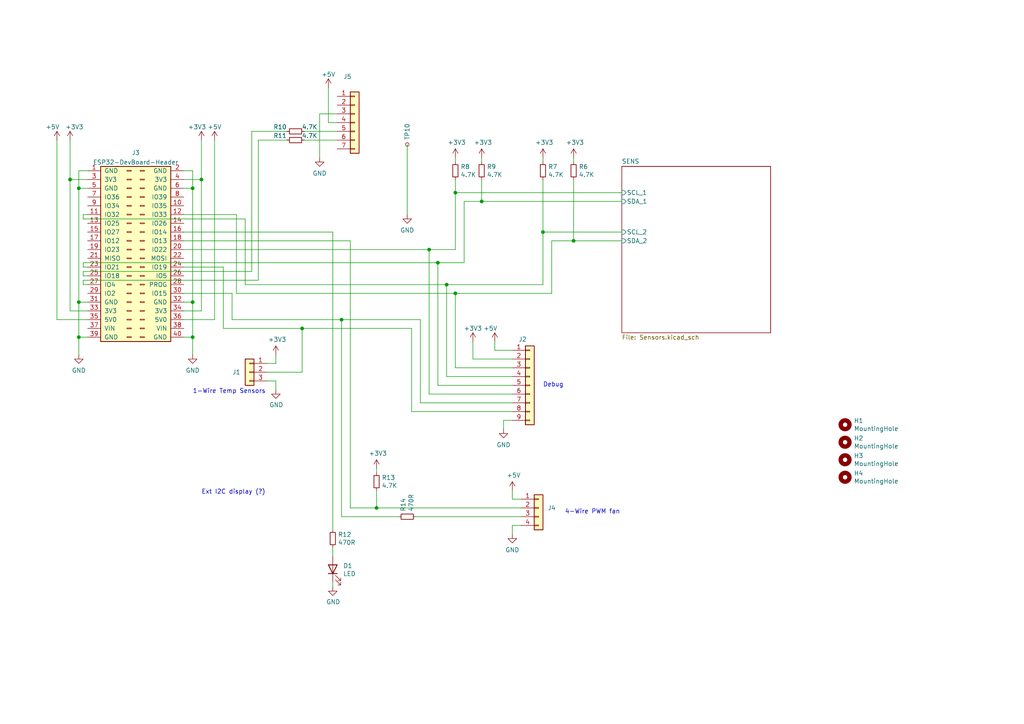
<source format=kicad_sch>
(kicad_sch (version 20211123) (generator eeschema)

  (uuid e63e39d7-6ac0-4ffd-8aa3-1841a4541b55)

  (paper "A4")

  (lib_symbols
    (symbol "Connector:TestPoint_Small" (pin_numbers hide) (pin_names (offset 0.762) hide) (in_bom yes) (on_board yes)
      (property "Reference" "TP" (id 0) (at 0 3.81 0)
        (effects (font (size 1.27 1.27)))
      )
      (property "Value" "TestPoint_Small" (id 1) (at 0 2.032 0)
        (effects (font (size 1.27 1.27)))
      )
      (property "Footprint" "" (id 2) (at 5.08 0 0)
        (effects (font (size 1.27 1.27)) hide)
      )
      (property "Datasheet" "~" (id 3) (at 5.08 0 0)
        (effects (font (size 1.27 1.27)) hide)
      )
      (property "ki_keywords" "test point tp" (id 4) (at 0 0 0)
        (effects (font (size 1.27 1.27)) hide)
      )
      (property "ki_description" "test point" (id 5) (at 0 0 0)
        (effects (font (size 1.27 1.27)) hide)
      )
      (property "ki_fp_filters" "Pin* Test*" (id 6) (at 0 0 0)
        (effects (font (size 1.27 1.27)) hide)
      )
      (symbol "TestPoint_Small_0_1"
        (circle (center 0 0) (radius 0.508)
          (stroke (width 0) (type default) (color 0 0 0 0))
          (fill (type none))
        )
      )
      (symbol "TestPoint_Small_1_1"
        (pin passive line (at 0 0 90) (length 0)
          (name "1" (effects (font (size 1.27 1.27))))
          (number "1" (effects (font (size 1.27 1.27))))
        )
      )
    )
    (symbol "Connector_Generic:Conn_01x03" (pin_names (offset 1.016) hide) (in_bom yes) (on_board yes)
      (property "Reference" "J" (id 0) (at 0 5.08 0)
        (effects (font (size 1.27 1.27)))
      )
      (property "Value" "Conn_01x03" (id 1) (at 0 -5.08 0)
        (effects (font (size 1.27 1.27)))
      )
      (property "Footprint" "" (id 2) (at 0 0 0)
        (effects (font (size 1.27 1.27)) hide)
      )
      (property "Datasheet" "~" (id 3) (at 0 0 0)
        (effects (font (size 1.27 1.27)) hide)
      )
      (property "ki_keywords" "connector" (id 4) (at 0 0 0)
        (effects (font (size 1.27 1.27)) hide)
      )
      (property "ki_description" "Generic connector, single row, 01x03, script generated (kicad-library-utils/schlib/autogen/connector/)" (id 5) (at 0 0 0)
        (effects (font (size 1.27 1.27)) hide)
      )
      (property "ki_fp_filters" "Connector*:*_1x??_*" (id 6) (at 0 0 0)
        (effects (font (size 1.27 1.27)) hide)
      )
      (symbol "Conn_01x03_1_1"
        (rectangle (start -1.27 -2.413) (end 0 -2.667)
          (stroke (width 0.1524) (type default) (color 0 0 0 0))
          (fill (type none))
        )
        (rectangle (start -1.27 0.127) (end 0 -0.127)
          (stroke (width 0.1524) (type default) (color 0 0 0 0))
          (fill (type none))
        )
        (rectangle (start -1.27 2.667) (end 0 2.413)
          (stroke (width 0.1524) (type default) (color 0 0 0 0))
          (fill (type none))
        )
        (rectangle (start -1.27 3.81) (end 1.27 -3.81)
          (stroke (width 0.254) (type default) (color 0 0 0 0))
          (fill (type background))
        )
        (pin passive line (at -5.08 2.54 0) (length 3.81)
          (name "Pin_1" (effects (font (size 1.27 1.27))))
          (number "1" (effects (font (size 1.27 1.27))))
        )
        (pin passive line (at -5.08 0 0) (length 3.81)
          (name "Pin_2" (effects (font (size 1.27 1.27))))
          (number "2" (effects (font (size 1.27 1.27))))
        )
        (pin passive line (at -5.08 -2.54 0) (length 3.81)
          (name "Pin_3" (effects (font (size 1.27 1.27))))
          (number "3" (effects (font (size 1.27 1.27))))
        )
      )
    )
    (symbol "Connector_Generic:Conn_01x04" (pin_names (offset 1.016) hide) (in_bom yes) (on_board yes)
      (property "Reference" "J" (id 0) (at 0 5.08 0)
        (effects (font (size 1.27 1.27)))
      )
      (property "Value" "Conn_01x04" (id 1) (at 0 -7.62 0)
        (effects (font (size 1.27 1.27)))
      )
      (property "Footprint" "" (id 2) (at 0 0 0)
        (effects (font (size 1.27 1.27)) hide)
      )
      (property "Datasheet" "~" (id 3) (at 0 0 0)
        (effects (font (size 1.27 1.27)) hide)
      )
      (property "ki_keywords" "connector" (id 4) (at 0 0 0)
        (effects (font (size 1.27 1.27)) hide)
      )
      (property "ki_description" "Generic connector, single row, 01x04, script generated (kicad-library-utils/schlib/autogen/connector/)" (id 5) (at 0 0 0)
        (effects (font (size 1.27 1.27)) hide)
      )
      (property "ki_fp_filters" "Connector*:*_1x??_*" (id 6) (at 0 0 0)
        (effects (font (size 1.27 1.27)) hide)
      )
      (symbol "Conn_01x04_1_1"
        (rectangle (start -1.27 -4.953) (end 0 -5.207)
          (stroke (width 0.1524) (type default) (color 0 0 0 0))
          (fill (type none))
        )
        (rectangle (start -1.27 -2.413) (end 0 -2.667)
          (stroke (width 0.1524) (type default) (color 0 0 0 0))
          (fill (type none))
        )
        (rectangle (start -1.27 0.127) (end 0 -0.127)
          (stroke (width 0.1524) (type default) (color 0 0 0 0))
          (fill (type none))
        )
        (rectangle (start -1.27 2.667) (end 0 2.413)
          (stroke (width 0.1524) (type default) (color 0 0 0 0))
          (fill (type none))
        )
        (rectangle (start -1.27 3.81) (end 1.27 -6.35)
          (stroke (width 0.254) (type default) (color 0 0 0 0))
          (fill (type background))
        )
        (pin passive line (at -5.08 2.54 0) (length 3.81)
          (name "Pin_1" (effects (font (size 1.27 1.27))))
          (number "1" (effects (font (size 1.27 1.27))))
        )
        (pin passive line (at -5.08 0 0) (length 3.81)
          (name "Pin_2" (effects (font (size 1.27 1.27))))
          (number "2" (effects (font (size 1.27 1.27))))
        )
        (pin passive line (at -5.08 -2.54 0) (length 3.81)
          (name "Pin_3" (effects (font (size 1.27 1.27))))
          (number "3" (effects (font (size 1.27 1.27))))
        )
        (pin passive line (at -5.08 -5.08 0) (length 3.81)
          (name "Pin_4" (effects (font (size 1.27 1.27))))
          (number "4" (effects (font (size 1.27 1.27))))
        )
      )
    )
    (symbol "Connector_Generic:Conn_01x07" (pin_names (offset 1.016) hide) (in_bom yes) (on_board yes)
      (property "Reference" "J" (id 0) (at 0 10.16 0)
        (effects (font (size 1.27 1.27)))
      )
      (property "Value" "Conn_01x07" (id 1) (at 0 -10.16 0)
        (effects (font (size 1.27 1.27)))
      )
      (property "Footprint" "" (id 2) (at 0 0 0)
        (effects (font (size 1.27 1.27)) hide)
      )
      (property "Datasheet" "~" (id 3) (at 0 0 0)
        (effects (font (size 1.27 1.27)) hide)
      )
      (property "ki_keywords" "connector" (id 4) (at 0 0 0)
        (effects (font (size 1.27 1.27)) hide)
      )
      (property "ki_description" "Generic connector, single row, 01x07, script generated (kicad-library-utils/schlib/autogen/connector/)" (id 5) (at 0 0 0)
        (effects (font (size 1.27 1.27)) hide)
      )
      (property "ki_fp_filters" "Connector*:*_1x??_*" (id 6) (at 0 0 0)
        (effects (font (size 1.27 1.27)) hide)
      )
      (symbol "Conn_01x07_1_1"
        (rectangle (start -1.27 -7.493) (end 0 -7.747)
          (stroke (width 0.1524) (type default) (color 0 0 0 0))
          (fill (type none))
        )
        (rectangle (start -1.27 -4.953) (end 0 -5.207)
          (stroke (width 0.1524) (type default) (color 0 0 0 0))
          (fill (type none))
        )
        (rectangle (start -1.27 -2.413) (end 0 -2.667)
          (stroke (width 0.1524) (type default) (color 0 0 0 0))
          (fill (type none))
        )
        (rectangle (start -1.27 0.127) (end 0 -0.127)
          (stroke (width 0.1524) (type default) (color 0 0 0 0))
          (fill (type none))
        )
        (rectangle (start -1.27 2.667) (end 0 2.413)
          (stroke (width 0.1524) (type default) (color 0 0 0 0))
          (fill (type none))
        )
        (rectangle (start -1.27 5.207) (end 0 4.953)
          (stroke (width 0.1524) (type default) (color 0 0 0 0))
          (fill (type none))
        )
        (rectangle (start -1.27 7.747) (end 0 7.493)
          (stroke (width 0.1524) (type default) (color 0 0 0 0))
          (fill (type none))
        )
        (rectangle (start -1.27 8.89) (end 1.27 -8.89)
          (stroke (width 0.254) (type default) (color 0 0 0 0))
          (fill (type background))
        )
        (pin passive line (at -5.08 7.62 0) (length 3.81)
          (name "Pin_1" (effects (font (size 1.27 1.27))))
          (number "1" (effects (font (size 1.27 1.27))))
        )
        (pin passive line (at -5.08 5.08 0) (length 3.81)
          (name "Pin_2" (effects (font (size 1.27 1.27))))
          (number "2" (effects (font (size 1.27 1.27))))
        )
        (pin passive line (at -5.08 2.54 0) (length 3.81)
          (name "Pin_3" (effects (font (size 1.27 1.27))))
          (number "3" (effects (font (size 1.27 1.27))))
        )
        (pin passive line (at -5.08 0 0) (length 3.81)
          (name "Pin_4" (effects (font (size 1.27 1.27))))
          (number "4" (effects (font (size 1.27 1.27))))
        )
        (pin passive line (at -5.08 -2.54 0) (length 3.81)
          (name "Pin_5" (effects (font (size 1.27 1.27))))
          (number "5" (effects (font (size 1.27 1.27))))
        )
        (pin passive line (at -5.08 -5.08 0) (length 3.81)
          (name "Pin_6" (effects (font (size 1.27 1.27))))
          (number "6" (effects (font (size 1.27 1.27))))
        )
        (pin passive line (at -5.08 -7.62 0) (length 3.81)
          (name "Pin_7" (effects (font (size 1.27 1.27))))
          (number "7" (effects (font (size 1.27 1.27))))
        )
      )
    )
    (symbol "Connector_Generic:Conn_01x09" (pin_names (offset 1.016) hide) (in_bom yes) (on_board yes)
      (property "Reference" "J" (id 0) (at 0 12.7 0)
        (effects (font (size 1.27 1.27)))
      )
      (property "Value" "Conn_01x09" (id 1) (at 0 -12.7 0)
        (effects (font (size 1.27 1.27)))
      )
      (property "Footprint" "" (id 2) (at 0 0 0)
        (effects (font (size 1.27 1.27)) hide)
      )
      (property "Datasheet" "~" (id 3) (at 0 0 0)
        (effects (font (size 1.27 1.27)) hide)
      )
      (property "ki_keywords" "connector" (id 4) (at 0 0 0)
        (effects (font (size 1.27 1.27)) hide)
      )
      (property "ki_description" "Generic connector, single row, 01x09, script generated (kicad-library-utils/schlib/autogen/connector/)" (id 5) (at 0 0 0)
        (effects (font (size 1.27 1.27)) hide)
      )
      (property "ki_fp_filters" "Connector*:*_1x??_*" (id 6) (at 0 0 0)
        (effects (font (size 1.27 1.27)) hide)
      )
      (symbol "Conn_01x09_1_1"
        (rectangle (start -1.27 -10.033) (end 0 -10.287)
          (stroke (width 0.1524) (type default) (color 0 0 0 0))
          (fill (type none))
        )
        (rectangle (start -1.27 -7.493) (end 0 -7.747)
          (stroke (width 0.1524) (type default) (color 0 0 0 0))
          (fill (type none))
        )
        (rectangle (start -1.27 -4.953) (end 0 -5.207)
          (stroke (width 0.1524) (type default) (color 0 0 0 0))
          (fill (type none))
        )
        (rectangle (start -1.27 -2.413) (end 0 -2.667)
          (stroke (width 0.1524) (type default) (color 0 0 0 0))
          (fill (type none))
        )
        (rectangle (start -1.27 0.127) (end 0 -0.127)
          (stroke (width 0.1524) (type default) (color 0 0 0 0))
          (fill (type none))
        )
        (rectangle (start -1.27 2.667) (end 0 2.413)
          (stroke (width 0.1524) (type default) (color 0 0 0 0))
          (fill (type none))
        )
        (rectangle (start -1.27 5.207) (end 0 4.953)
          (stroke (width 0.1524) (type default) (color 0 0 0 0))
          (fill (type none))
        )
        (rectangle (start -1.27 7.747) (end 0 7.493)
          (stroke (width 0.1524) (type default) (color 0 0 0 0))
          (fill (type none))
        )
        (rectangle (start -1.27 10.287) (end 0 10.033)
          (stroke (width 0.1524) (type default) (color 0 0 0 0))
          (fill (type none))
        )
        (rectangle (start -1.27 11.43) (end 1.27 -11.43)
          (stroke (width 0.254) (type default) (color 0 0 0 0))
          (fill (type background))
        )
        (pin passive line (at -5.08 10.16 0) (length 3.81)
          (name "Pin_1" (effects (font (size 1.27 1.27))))
          (number "1" (effects (font (size 1.27 1.27))))
        )
        (pin passive line (at -5.08 7.62 0) (length 3.81)
          (name "Pin_2" (effects (font (size 1.27 1.27))))
          (number "2" (effects (font (size 1.27 1.27))))
        )
        (pin passive line (at -5.08 5.08 0) (length 3.81)
          (name "Pin_3" (effects (font (size 1.27 1.27))))
          (number "3" (effects (font (size 1.27 1.27))))
        )
        (pin passive line (at -5.08 2.54 0) (length 3.81)
          (name "Pin_4" (effects (font (size 1.27 1.27))))
          (number "4" (effects (font (size 1.27 1.27))))
        )
        (pin passive line (at -5.08 0 0) (length 3.81)
          (name "Pin_5" (effects (font (size 1.27 1.27))))
          (number "5" (effects (font (size 1.27 1.27))))
        )
        (pin passive line (at -5.08 -2.54 0) (length 3.81)
          (name "Pin_6" (effects (font (size 1.27 1.27))))
          (number "6" (effects (font (size 1.27 1.27))))
        )
        (pin passive line (at -5.08 -5.08 0) (length 3.81)
          (name "Pin_7" (effects (font (size 1.27 1.27))))
          (number "7" (effects (font (size 1.27 1.27))))
        )
        (pin passive line (at -5.08 -7.62 0) (length 3.81)
          (name "Pin_8" (effects (font (size 1.27 1.27))))
          (number "8" (effects (font (size 1.27 1.27))))
        )
        (pin passive line (at -5.08 -10.16 0) (length 3.81)
          (name "Pin_9" (effects (font (size 1.27 1.27))))
          (number "9" (effects (font (size 1.27 1.27))))
        )
      )
    )
    (symbol "Device:LED" (pin_numbers hide) (pin_names (offset 1.016) hide) (in_bom yes) (on_board yes)
      (property "Reference" "D" (id 0) (at 0 2.54 0)
        (effects (font (size 1.27 1.27)))
      )
      (property "Value" "LED" (id 1) (at 0 -2.54 0)
        (effects (font (size 1.27 1.27)))
      )
      (property "Footprint" "" (id 2) (at 0 0 0)
        (effects (font (size 1.27 1.27)) hide)
      )
      (property "Datasheet" "~" (id 3) (at 0 0 0)
        (effects (font (size 1.27 1.27)) hide)
      )
      (property "ki_keywords" "LED diode" (id 4) (at 0 0 0)
        (effects (font (size 1.27 1.27)) hide)
      )
      (property "ki_description" "Light emitting diode" (id 5) (at 0 0 0)
        (effects (font (size 1.27 1.27)) hide)
      )
      (property "ki_fp_filters" "LED* LED_SMD:* LED_THT:*" (id 6) (at 0 0 0)
        (effects (font (size 1.27 1.27)) hide)
      )
      (symbol "LED_0_1"
        (polyline
          (pts
            (xy -1.27 -1.27)
            (xy -1.27 1.27)
          )
          (stroke (width 0.254) (type default) (color 0 0 0 0))
          (fill (type none))
        )
        (polyline
          (pts
            (xy -1.27 0)
            (xy 1.27 0)
          )
          (stroke (width 0) (type default) (color 0 0 0 0))
          (fill (type none))
        )
        (polyline
          (pts
            (xy 1.27 -1.27)
            (xy 1.27 1.27)
            (xy -1.27 0)
            (xy 1.27 -1.27)
          )
          (stroke (width 0.254) (type default) (color 0 0 0 0))
          (fill (type none))
        )
        (polyline
          (pts
            (xy -3.048 -0.762)
            (xy -4.572 -2.286)
            (xy -3.81 -2.286)
            (xy -4.572 -2.286)
            (xy -4.572 -1.524)
          )
          (stroke (width 0) (type default) (color 0 0 0 0))
          (fill (type none))
        )
        (polyline
          (pts
            (xy -1.778 -0.762)
            (xy -3.302 -2.286)
            (xy -2.54 -2.286)
            (xy -3.302 -2.286)
            (xy -3.302 -1.524)
          )
          (stroke (width 0) (type default) (color 0 0 0 0))
          (fill (type none))
        )
      )
      (symbol "LED_1_1"
        (pin passive line (at -3.81 0 0) (length 2.54)
          (name "K" (effects (font (size 1.27 1.27))))
          (number "1" (effects (font (size 1.27 1.27))))
        )
        (pin passive line (at 3.81 0 180) (length 2.54)
          (name "A" (effects (font (size 1.27 1.27))))
          (number "2" (effects (font (size 1.27 1.27))))
        )
      )
    )
    (symbol "Device:R_Small" (pin_numbers hide) (pin_names (offset 0.254) hide) (in_bom yes) (on_board yes)
      (property "Reference" "R" (id 0) (at 0.762 0.508 0)
        (effects (font (size 1.27 1.27)) (justify left))
      )
      (property "Value" "R_Small" (id 1) (at 0.762 -1.016 0)
        (effects (font (size 1.27 1.27)) (justify left))
      )
      (property "Footprint" "" (id 2) (at 0 0 0)
        (effects (font (size 1.27 1.27)) hide)
      )
      (property "Datasheet" "~" (id 3) (at 0 0 0)
        (effects (font (size 1.27 1.27)) hide)
      )
      (property "ki_keywords" "R resistor" (id 4) (at 0 0 0)
        (effects (font (size 1.27 1.27)) hide)
      )
      (property "ki_description" "Resistor, small symbol" (id 5) (at 0 0 0)
        (effects (font (size 1.27 1.27)) hide)
      )
      (property "ki_fp_filters" "R_*" (id 6) (at 0 0 0)
        (effects (font (size 1.27 1.27)) hide)
      )
      (symbol "R_Small_0_1"
        (rectangle (start -0.762 1.778) (end 0.762 -1.778)
          (stroke (width 0.2032) (type default) (color 0 0 0 0))
          (fill (type none))
        )
      )
      (symbol "R_Small_1_1"
        (pin passive line (at 0 2.54 270) (length 0.762)
          (name "~" (effects (font (size 1.27 1.27))))
          (number "1" (effects (font (size 1.27 1.27))))
        )
        (pin passive line (at 0 -2.54 90) (length 0.762)
          (name "~" (effects (font (size 1.27 1.27))))
          (number "2" (effects (font (size 1.27 1.27))))
        )
      )
    )
    (symbol "Mechanical:MountingHole" (pin_names (offset 1.016)) (in_bom yes) (on_board yes)
      (property "Reference" "H" (id 0) (at 0 5.08 0)
        (effects (font (size 1.27 1.27)))
      )
      (property "Value" "MountingHole" (id 1) (at 0 3.175 0)
        (effects (font (size 1.27 1.27)))
      )
      (property "Footprint" "" (id 2) (at 0 0 0)
        (effects (font (size 1.27 1.27)) hide)
      )
      (property "Datasheet" "~" (id 3) (at 0 0 0)
        (effects (font (size 1.27 1.27)) hide)
      )
      (property "ki_keywords" "mounting hole" (id 4) (at 0 0 0)
        (effects (font (size 1.27 1.27)) hide)
      )
      (property "ki_description" "Mounting Hole without connection" (id 5) (at 0 0 0)
        (effects (font (size 1.27 1.27)) hide)
      )
      (property "ki_fp_filters" "MountingHole*" (id 6) (at 0 0 0)
        (effects (font (size 1.27 1.27)) hide)
      )
      (symbol "MountingHole_0_1"
        (circle (center 0 0) (radius 1.27)
          (stroke (width 1.27) (type default) (color 0 0 0 0))
          (fill (type none))
        )
      )
    )
    (symbol "connectors:ESP32-DevBoard-Header" (pin_names (offset 1.016)) (in_bom yes) (on_board yes)
      (property "Reference" "J" (id 0) (at 1.27 25.4 0)
        (effects (font (size 1.27 1.27)))
      )
      (property "Value" "ESP32-DevBoard-Header" (id 1) (at 1.27 -27.94 0)
        (effects (font (size 1.27 1.27)))
      )
      (property "Footprint" "" (id 2) (at 0 0 0)
        (effects (font (size 1.27 1.27)) hide)
      )
      (property "Datasheet" "~" (id 3) (at 0 0 0)
        (effects (font (size 1.27 1.27)) hide)
      )
      (property "ki_keywords" "connector" (id 4) (at 0 0 0)
        (effects (font (size 1.27 1.27)) hide)
      )
      (property "ki_description" "2 x 20 header for ESP32 DevBoard" (id 5) (at 0 0 0)
        (effects (font (size 1.27 1.27)) hide)
      )
      (property "ki_fp_filters" "Connector*:*_2x??_*" (id 6) (at 0 0 0)
        (effects (font (size 1.27 1.27)) hide)
      )
      (symbol "ESP32-DevBoard-Header_1_1"
        (rectangle (start -8.89 24.13) (end 11.43 -26.67)
          (stroke (width 0.254) (type default) (color 0 0 0 0))
          (fill (type background))
        )
        (rectangle (start -1.27 -25.273) (end 0 -25.527)
          (stroke (width 0.1524) (type default) (color 0 0 0 0))
          (fill (type none))
        )
        (rectangle (start -1.27 -22.733) (end 0 -22.987)
          (stroke (width 0.1524) (type default) (color 0 0 0 0))
          (fill (type none))
        )
        (rectangle (start -1.27 -20.193) (end 0 -20.447)
          (stroke (width 0.1524) (type default) (color 0 0 0 0))
          (fill (type none))
        )
        (rectangle (start -1.27 -17.653) (end 0 -17.907)
          (stroke (width 0.1524) (type default) (color 0 0 0 0))
          (fill (type none))
        )
        (rectangle (start -1.27 -15.113) (end 0 -15.367)
          (stroke (width 0.1524) (type default) (color 0 0 0 0))
          (fill (type none))
        )
        (rectangle (start -1.27 -12.573) (end 0 -12.827)
          (stroke (width 0.1524) (type default) (color 0 0 0 0))
          (fill (type none))
        )
        (rectangle (start -1.27 -10.033) (end 0 -10.287)
          (stroke (width 0.1524) (type default) (color 0 0 0 0))
          (fill (type none))
        )
        (rectangle (start -1.27 -7.493) (end 0 -7.747)
          (stroke (width 0.1524) (type default) (color 0 0 0 0))
          (fill (type none))
        )
        (rectangle (start -1.27 -4.953) (end 0 -5.207)
          (stroke (width 0.1524) (type default) (color 0 0 0 0))
          (fill (type none))
        )
        (rectangle (start -1.27 -2.413) (end 0 -2.667)
          (stroke (width 0.1524) (type default) (color 0 0 0 0))
          (fill (type none))
        )
        (rectangle (start -1.27 0.127) (end 0 -0.127)
          (stroke (width 0.1524) (type default) (color 0 0 0 0))
          (fill (type none))
        )
        (rectangle (start -1.27 2.667) (end 0 2.413)
          (stroke (width 0.1524) (type default) (color 0 0 0 0))
          (fill (type none))
        )
        (rectangle (start -1.27 5.207) (end 0 4.953)
          (stroke (width 0.1524) (type default) (color 0 0 0 0))
          (fill (type none))
        )
        (rectangle (start -1.27 7.747) (end 0 7.493)
          (stroke (width 0.1524) (type default) (color 0 0 0 0))
          (fill (type none))
        )
        (rectangle (start -1.27 10.287) (end 0 10.033)
          (stroke (width 0.1524) (type default) (color 0 0 0 0))
          (fill (type none))
        )
        (rectangle (start -1.27 12.827) (end 0 12.573)
          (stroke (width 0.1524) (type default) (color 0 0 0 0))
          (fill (type none))
        )
        (rectangle (start -1.27 15.367) (end 0 15.113)
          (stroke (width 0.1524) (type default) (color 0 0 0 0))
          (fill (type none))
        )
        (rectangle (start -1.27 17.907) (end 0 17.653)
          (stroke (width 0.1524) (type default) (color 0 0 0 0))
          (fill (type none))
        )
        (rectangle (start -1.27 20.447) (end 0 20.193)
          (stroke (width 0.1524) (type default) (color 0 0 0 0))
          (fill (type none))
        )
        (rectangle (start -1.27 22.987) (end 0 22.733)
          (stroke (width 0.1524) (type default) (color 0 0 0 0))
          (fill (type none))
        )
        (rectangle (start 3.81 -25.273) (end 2.54 -25.527)
          (stroke (width 0.1524) (type default) (color 0 0 0 0))
          (fill (type none))
        )
        (rectangle (start 3.81 -22.733) (end 2.54 -22.987)
          (stroke (width 0.1524) (type default) (color 0 0 0 0))
          (fill (type none))
        )
        (rectangle (start 3.81 -20.193) (end 2.54 -20.447)
          (stroke (width 0.1524) (type default) (color 0 0 0 0))
          (fill (type none))
        )
        (rectangle (start 3.81 -17.653) (end 2.54 -17.907)
          (stroke (width 0.1524) (type default) (color 0 0 0 0))
          (fill (type none))
        )
        (rectangle (start 3.81 -15.113) (end 2.54 -15.367)
          (stroke (width 0.1524) (type default) (color 0 0 0 0))
          (fill (type none))
        )
        (rectangle (start 3.81 -12.573) (end 2.54 -12.827)
          (stroke (width 0.1524) (type default) (color 0 0 0 0))
          (fill (type none))
        )
        (rectangle (start 3.81 -10.033) (end 2.54 -10.287)
          (stroke (width 0.1524) (type default) (color 0 0 0 0))
          (fill (type none))
        )
        (rectangle (start 3.81 -7.493) (end 2.54 -7.747)
          (stroke (width 0.1524) (type default) (color 0 0 0 0))
          (fill (type none))
        )
        (rectangle (start 3.81 -4.953) (end 2.54 -5.207)
          (stroke (width 0.1524) (type default) (color 0 0 0 0))
          (fill (type none))
        )
        (rectangle (start 3.81 -2.413) (end 2.54 -2.667)
          (stroke (width 0.1524) (type default) (color 0 0 0 0))
          (fill (type none))
        )
        (rectangle (start 3.81 0.127) (end 2.54 -0.127)
          (stroke (width 0.1524) (type default) (color 0 0 0 0))
          (fill (type none))
        )
        (rectangle (start 3.81 2.667) (end 2.54 2.413)
          (stroke (width 0.1524) (type default) (color 0 0 0 0))
          (fill (type none))
        )
        (rectangle (start 3.81 5.207) (end 2.54 4.953)
          (stroke (width 0.1524) (type default) (color 0 0 0 0))
          (fill (type none))
        )
        (rectangle (start 3.81 7.747) (end 2.54 7.493)
          (stroke (width 0.1524) (type default) (color 0 0 0 0))
          (fill (type none))
        )
        (rectangle (start 3.81 10.287) (end 2.54 10.033)
          (stroke (width 0.1524) (type default) (color 0 0 0 0))
          (fill (type none))
        )
        (rectangle (start 3.81 12.827) (end 2.54 12.573)
          (stroke (width 0.1524) (type default) (color 0 0 0 0))
          (fill (type none))
        )
        (rectangle (start 3.81 15.367) (end 2.54 15.113)
          (stroke (width 0.1524) (type default) (color 0 0 0 0))
          (fill (type none))
        )
        (rectangle (start 3.81 17.907) (end 2.54 17.653)
          (stroke (width 0.1524) (type default) (color 0 0 0 0))
          (fill (type none))
        )
        (rectangle (start 3.81 20.447) (end 2.54 20.193)
          (stroke (width 0.1524) (type default) (color 0 0 0 0))
          (fill (type none))
        )
        (rectangle (start 3.81 22.987) (end 2.54 22.733)
          (stroke (width 0.1524) (type default) (color 0 0 0 0))
          (fill (type none))
        )
        (pin passive line (at -12.7 22.86 0) (length 3.81)
          (name "GND" (effects (font (size 1.27 1.27))))
          (number "1" (effects (font (size 1.27 1.27))))
        )
        (pin passive line (at 15.24 12.7 180) (length 3.81)
          (name "IO35" (effects (font (size 1.27 1.27))))
          (number "10" (effects (font (size 1.27 1.27))))
        )
        (pin passive line (at -12.7 10.16 0) (length 3.81)
          (name "IO32" (effects (font (size 1.27 1.27))))
          (number "11" (effects (font (size 1.27 1.27))))
        )
        (pin passive line (at 15.24 10.16 180) (length 3.81)
          (name "IO33" (effects (font (size 1.27 1.27))))
          (number "12" (effects (font (size 1.27 1.27))))
        )
        (pin passive line (at -12.7 7.62 0) (length 3.81)
          (name "IO25" (effects (font (size 1.27 1.27))))
          (number "13" (effects (font (size 1.27 1.27))))
        )
        (pin passive line (at 15.24 7.62 180) (length 3.81)
          (name "IO26" (effects (font (size 1.27 1.27))))
          (number "14" (effects (font (size 1.27 1.27))))
        )
        (pin passive line (at -12.7 5.08 0) (length 3.81)
          (name "IO27" (effects (font (size 1.27 1.27))))
          (number "15" (effects (font (size 1.27 1.27))))
        )
        (pin passive line (at 15.24 5.08 180) (length 3.81)
          (name "IO14" (effects (font (size 1.27 1.27))))
          (number "16" (effects (font (size 1.27 1.27))))
        )
        (pin passive line (at -12.7 2.54 0) (length 3.81)
          (name "IO12" (effects (font (size 1.27 1.27))))
          (number "17" (effects (font (size 1.27 1.27))))
        )
        (pin passive line (at 15.24 2.54 180) (length 3.81)
          (name "IO13" (effects (font (size 1.27 1.27))))
          (number "18" (effects (font (size 1.27 1.27))))
        )
        (pin passive line (at -12.7 0 0) (length 3.81)
          (name "IO23" (effects (font (size 1.27 1.27))))
          (number "19" (effects (font (size 1.27 1.27))))
        )
        (pin passive line (at 15.24 22.86 180) (length 3.81)
          (name "GND" (effects (font (size 1.27 1.27))))
          (number "2" (effects (font (size 1.27 1.27))))
        )
        (pin passive line (at 15.24 0 180) (length 3.81)
          (name "IO22" (effects (font (size 1.27 1.27))))
          (number "20" (effects (font (size 1.27 1.27))))
        )
        (pin passive line (at -12.7 -2.54 0) (length 3.81)
          (name "MISO" (effects (font (size 1.27 1.27))))
          (number "21" (effects (font (size 1.27 1.27))))
        )
        (pin passive line (at 15.24 -2.54 180) (length 3.81)
          (name "MOSI" (effects (font (size 1.27 1.27))))
          (number "22" (effects (font (size 1.27 1.27))))
        )
        (pin passive line (at -12.7 -5.08 0) (length 3.81)
          (name "IO21" (effects (font (size 1.27 1.27))))
          (number "23" (effects (font (size 1.27 1.27))))
        )
        (pin passive line (at 15.24 -5.08 180) (length 3.81)
          (name "IO19" (effects (font (size 1.27 1.27))))
          (number "24" (effects (font (size 1.27 1.27))))
        )
        (pin passive line (at -12.7 -7.62 0) (length 3.81)
          (name "IO18" (effects (font (size 1.27 1.27))))
          (number "25" (effects (font (size 1.27 1.27))))
        )
        (pin passive line (at 15.24 -7.62 180) (length 3.81)
          (name "IO5" (effects (font (size 1.27 1.27))))
          (number "26" (effects (font (size 1.27 1.27))))
        )
        (pin passive line (at -12.7 -10.16 0) (length 3.81)
          (name "IO4" (effects (font (size 1.27 1.27))))
          (number "27" (effects (font (size 1.27 1.27))))
        )
        (pin passive line (at 15.24 -10.16 180) (length 3.81)
          (name "PROG" (effects (font (size 1.27 1.27))))
          (number "28" (effects (font (size 1.27 1.27))))
        )
        (pin passive line (at -12.7 -12.7 0) (length 3.81)
          (name "IO2" (effects (font (size 1.27 1.27))))
          (number "29" (effects (font (size 1.27 1.27))))
        )
        (pin passive line (at -12.7 20.32 0) (length 3.81)
          (name "3V3" (effects (font (size 1.27 1.27))))
          (number "3" (effects (font (size 1.27 1.27))))
        )
        (pin passive line (at 15.24 -12.7 180) (length 3.81)
          (name "IO15" (effects (font (size 1.27 1.27))))
          (number "30" (effects (font (size 1.27 1.27))))
        )
        (pin passive line (at -12.7 -15.24 0) (length 3.81)
          (name "GND" (effects (font (size 1.27 1.27))))
          (number "31" (effects (font (size 1.27 1.27))))
        )
        (pin passive line (at 15.24 -15.24 180) (length 3.81)
          (name "GND" (effects (font (size 1.27 1.27))))
          (number "32" (effects (font (size 1.27 1.27))))
        )
        (pin passive line (at -12.7 -17.78 0) (length 3.81)
          (name "3V3" (effects (font (size 1.27 1.27))))
          (number "33" (effects (font (size 1.27 1.27))))
        )
        (pin passive line (at 15.24 -17.78 180) (length 3.81)
          (name "3V3" (effects (font (size 1.27 1.27))))
          (number "34" (effects (font (size 1.27 1.27))))
        )
        (pin passive line (at -12.7 -20.32 0) (length 3.81)
          (name "5V0" (effects (font (size 1.27 1.27))))
          (number "35" (effects (font (size 1.27 1.27))))
        )
        (pin passive line (at 15.24 -20.32 180) (length 3.81)
          (name "5V0" (effects (font (size 1.27 1.27))))
          (number "36" (effects (font (size 1.27 1.27))))
        )
        (pin passive line (at -12.7 -22.86 0) (length 3.81)
          (name "VIN" (effects (font (size 1.27 1.27))))
          (number "37" (effects (font (size 1.27 1.27))))
        )
        (pin passive line (at 15.24 -22.86 180) (length 3.81)
          (name "VIN" (effects (font (size 1.27 1.27))))
          (number "38" (effects (font (size 1.27 1.27))))
        )
        (pin passive line (at -12.7 -25.4 0) (length 3.81)
          (name "GND" (effects (font (size 1.27 1.27))))
          (number "39" (effects (font (size 1.27 1.27))))
        )
        (pin passive line (at 15.24 20.32 180) (length 3.81)
          (name "3V3" (effects (font (size 1.27 1.27))))
          (number "4" (effects (font (size 1.27 1.27))))
        )
        (pin passive line (at 15.24 -25.4 180) (length 3.81)
          (name "GND" (effects (font (size 1.27 1.27))))
          (number "40" (effects (font (size 1.27 1.27))))
        )
        (pin passive line (at -12.7 17.78 0) (length 3.81)
          (name "GND" (effects (font (size 1.27 1.27))))
          (number "5" (effects (font (size 1.27 1.27))))
        )
        (pin passive line (at 15.24 17.78 180) (length 3.81)
          (name "GND" (effects (font (size 1.27 1.27))))
          (number "6" (effects (font (size 1.27 1.27))))
        )
        (pin passive line (at -12.7 15.24 0) (length 3.81)
          (name "IO36" (effects (font (size 1.27 1.27))))
          (number "7" (effects (font (size 1.27 1.27))))
        )
        (pin passive line (at 15.24 15.24 180) (length 3.81)
          (name "IO39" (effects (font (size 1.27 1.27))))
          (number "8" (effects (font (size 1.27 1.27))))
        )
        (pin passive line (at -12.7 12.7 0) (length 3.81)
          (name "IO34" (effects (font (size 1.27 1.27))))
          (number "9" (effects (font (size 1.27 1.27))))
        )
      )
    )
    (symbol "power:+3V3" (power) (pin_names (offset 0)) (in_bom yes) (on_board yes)
      (property "Reference" "#PWR" (id 0) (at 0 -3.81 0)
        (effects (font (size 1.27 1.27)) hide)
      )
      (property "Value" "+3V3" (id 1) (at 0 3.556 0)
        (effects (font (size 1.27 1.27)))
      )
      (property "Footprint" "" (id 2) (at 0 0 0)
        (effects (font (size 1.27 1.27)) hide)
      )
      (property "Datasheet" "" (id 3) (at 0 0 0)
        (effects (font (size 1.27 1.27)) hide)
      )
      (property "ki_keywords" "power-flag" (id 4) (at 0 0 0)
        (effects (font (size 1.27 1.27)) hide)
      )
      (property "ki_description" "Power symbol creates a global label with name \"+3V3\"" (id 5) (at 0 0 0)
        (effects (font (size 1.27 1.27)) hide)
      )
      (symbol "+3V3_0_1"
        (polyline
          (pts
            (xy -0.762 1.27)
            (xy 0 2.54)
          )
          (stroke (width 0) (type default) (color 0 0 0 0))
          (fill (type none))
        )
        (polyline
          (pts
            (xy 0 0)
            (xy 0 2.54)
          )
          (stroke (width 0) (type default) (color 0 0 0 0))
          (fill (type none))
        )
        (polyline
          (pts
            (xy 0 2.54)
            (xy 0.762 1.27)
          )
          (stroke (width 0) (type default) (color 0 0 0 0))
          (fill (type none))
        )
      )
      (symbol "+3V3_1_1"
        (pin power_in line (at 0 0 90) (length 0) hide
          (name "+3V3" (effects (font (size 1.27 1.27))))
          (number "1" (effects (font (size 1.27 1.27))))
        )
      )
    )
    (symbol "power:+5V" (power) (pin_names (offset 0)) (in_bom yes) (on_board yes)
      (property "Reference" "#PWR" (id 0) (at 0 -3.81 0)
        (effects (font (size 1.27 1.27)) hide)
      )
      (property "Value" "+5V" (id 1) (at 0 3.556 0)
        (effects (font (size 1.27 1.27)))
      )
      (property "Footprint" "" (id 2) (at 0 0 0)
        (effects (font (size 1.27 1.27)) hide)
      )
      (property "Datasheet" "" (id 3) (at 0 0 0)
        (effects (font (size 1.27 1.27)) hide)
      )
      (property "ki_keywords" "power-flag" (id 4) (at 0 0 0)
        (effects (font (size 1.27 1.27)) hide)
      )
      (property "ki_description" "Power symbol creates a global label with name \"+5V\"" (id 5) (at 0 0 0)
        (effects (font (size 1.27 1.27)) hide)
      )
      (symbol "+5V_0_1"
        (polyline
          (pts
            (xy -0.762 1.27)
            (xy 0 2.54)
          )
          (stroke (width 0) (type default) (color 0 0 0 0))
          (fill (type none))
        )
        (polyline
          (pts
            (xy 0 0)
            (xy 0 2.54)
          )
          (stroke (width 0) (type default) (color 0 0 0 0))
          (fill (type none))
        )
        (polyline
          (pts
            (xy 0 2.54)
            (xy 0.762 1.27)
          )
          (stroke (width 0) (type default) (color 0 0 0 0))
          (fill (type none))
        )
      )
      (symbol "+5V_1_1"
        (pin power_in line (at 0 0 90) (length 0) hide
          (name "+5V" (effects (font (size 1.27 1.27))))
          (number "1" (effects (font (size 1.27 1.27))))
        )
      )
    )
    (symbol "power:GND" (power) (pin_names (offset 0)) (in_bom yes) (on_board yes)
      (property "Reference" "#PWR" (id 0) (at 0 -6.35 0)
        (effects (font (size 1.27 1.27)) hide)
      )
      (property "Value" "GND" (id 1) (at 0 -3.81 0)
        (effects (font (size 1.27 1.27)))
      )
      (property "Footprint" "" (id 2) (at 0 0 0)
        (effects (font (size 1.27 1.27)) hide)
      )
      (property "Datasheet" "" (id 3) (at 0 0 0)
        (effects (font (size 1.27 1.27)) hide)
      )
      (property "ki_keywords" "power-flag" (id 4) (at 0 0 0)
        (effects (font (size 1.27 1.27)) hide)
      )
      (property "ki_description" "Power symbol creates a global label with name \"GND\" , ground" (id 5) (at 0 0 0)
        (effects (font (size 1.27 1.27)) hide)
      )
      (symbol "GND_0_1"
        (polyline
          (pts
            (xy 0 0)
            (xy 0 -1.27)
            (xy 1.27 -1.27)
            (xy 0 -2.54)
            (xy -1.27 -1.27)
            (xy 0 -1.27)
          )
          (stroke (width 0) (type default) (color 0 0 0 0))
          (fill (type none))
        )
      )
      (symbol "GND_1_1"
        (pin power_in line (at 0 0 270) (length 0) hide
          (name "GND" (effects (font (size 1.27 1.27))))
          (number "1" (effects (font (size 1.27 1.27))))
        )
      )
    )
  )

  (junction (at 58.42 52.07) (diameter 0) (color 0 0 0 0)
    (uuid 0b13df4b-c7e4-4009-ac1b-9c5a5d4d67cb)
  )
  (junction (at 99.06 92.71) (diameter 0) (color 0 0 0 0)
    (uuid 18dfd761-55ac-48fe-80d7-3005c1bc4adb)
  )
  (junction (at 22.86 97.79) (diameter 0) (color 0 0 0 0)
    (uuid 1aa798ef-05b4-4b6b-8a42-14d04b18e64b)
  )
  (junction (at 55.88 97.79) (diameter 0) (color 0 0 0 0)
    (uuid 28de8b5f-88c5-4fcc-857e-85e9d0fa267c)
  )
  (junction (at 139.7 58.42) (diameter 0) (color 0 0 0 0)
    (uuid 30553b46-3bf9-4831-b162-373d7e5ab06c)
  )
  (junction (at 20.32 52.07) (diameter 0) (color 0 0 0 0)
    (uuid 46aa9259-a4db-40c2-92b1-0b642c576c0e)
  )
  (junction (at 22.86 54.61) (diameter 0) (color 0 0 0 0)
    (uuid 50bae16a-a78d-43ed-9cff-a3bd02aff6fa)
  )
  (junction (at 166.37 69.85) (diameter 0) (color 0 0 0 0)
    (uuid 62adfc7b-5111-4e18-b8d9-c7a2ff630e80)
  )
  (junction (at 127 76.2) (diameter 0) (color 0 0 0 0)
    (uuid 665ddb4b-c2fa-431c-8729-cd6f005b8079)
  )
  (junction (at 132.08 85.09) (diameter 0) (color 0 0 0 0)
    (uuid 74cafa44-28f1-466c-8fa7-028aa3af4b29)
  )
  (junction (at 22.86 87.63) (diameter 0) (color 0 0 0 0)
    (uuid 7f8d52c9-b3dd-4473-bad9-648442f1071a)
  )
  (junction (at 157.48 67.31) (diameter 0) (color 0 0 0 0)
    (uuid 9ea07bc2-7fe7-48f5-ba96-cbad58fa3568)
  )
  (junction (at 132.08 55.88) (diameter 0) (color 0 0 0 0)
    (uuid abee67f9-3573-49ec-985c-fbc1a991674f)
  )
  (junction (at 55.88 87.63) (diameter 0) (color 0 0 0 0)
    (uuid af3cae83-ca72-49e1-8505-be1538b555d7)
  )
  (junction (at 129.54 82.55) (diameter 0) (color 0 0 0 0)
    (uuid b1686af6-e76b-48a6-b603-dac360f5681e)
  )
  (junction (at 55.88 54.61) (diameter 0) (color 0 0 0 0)
    (uuid cdb17eaf-b6a4-4dbb-9e6b-39e41c962701)
  )
  (junction (at 109.22 147.32) (diameter 0) (color 0 0 0 0)
    (uuid dcdaae16-8025-4d74-b820-b73d1e4cd57b)
  )
  (junction (at 124.46 72.39) (diameter 0) (color 0 0 0 0)
    (uuid f150b909-c968-45d0-b21f-4857129e551e)
  )
  (junction (at 87.63 95.25) (diameter 0) (color 0 0 0 0)
    (uuid f4eef406-10c5-4d87-9735-0e77dc93619e)
  )

  (wire (pts (xy 24.13 77.47) (xy 25.4 77.47))
    (stroke (width 0) (type default) (color 0 0 0 0))
    (uuid 04cc9ea5-2195-41f4-b4a5-c106ac020e8d)
  )
  (wire (pts (xy 148.59 104.14) (xy 137.16 104.14))
    (stroke (width 0) (type default) (color 0 0 0 0))
    (uuid 04e73686-90ce-4cee-a187-6b6d9c6245fa)
  )
  (wire (pts (xy 95.25 35.56) (xy 97.79 35.56))
    (stroke (width 0) (type default) (color 0 0 0 0))
    (uuid 05f1a672-320e-4a5d-b6c5-95c030b2f091)
  )
  (wire (pts (xy 157.48 82.55) (xy 157.48 67.31))
    (stroke (width 0) (type default) (color 0 0 0 0))
    (uuid 06d1f88d-7b71-470c-aa0d-b22dc7e73856)
  )
  (wire (pts (xy 132.08 52.07) (xy 132.08 55.88))
    (stroke (width 0) (type default) (color 0 0 0 0))
    (uuid 08fd49e2-cd1d-465e-b210-e522186aa050)
  )
  (wire (pts (xy 134.62 58.42) (xy 134.62 76.2))
    (stroke (width 0) (type default) (color 0 0 0 0))
    (uuid 0a2b9c3e-f5be-4138-abde-b3a5849510cd)
  )
  (wire (pts (xy 24.13 78.74) (xy 73.025 78.74))
    (stroke (width 0) (type default) (color 0 0 0 0))
    (uuid 0cdafa94-d3ba-4d97-b46e-266f6b1d37e5)
  )
  (wire (pts (xy 73.025 38.1) (xy 83.185 38.1))
    (stroke (width 0) (type default) (color 0 0 0 0))
    (uuid 0f807d15-db10-4d2c-b9b1-a197ea2427f2)
  )
  (wire (pts (xy 132.08 85.09) (xy 160.02 85.09))
    (stroke (width 0) (type default) (color 0 0 0 0))
    (uuid 0fc5c530-9e4e-49b4-9242-a3a004753588)
  )
  (wire (pts (xy 148.59 144.78) (xy 151.13 144.78))
    (stroke (width 0) (type default) (color 0 0 0 0))
    (uuid 13d2cfb5-be52-4fdc-9df3-af6d146154f5)
  )
  (wire (pts (xy 55.88 87.63) (xy 55.88 97.79))
    (stroke (width 0) (type default) (color 0 0 0 0))
    (uuid 16acec49-0f4c-4892-9f66-f9d702d72b68)
  )
  (wire (pts (xy 139.7 52.07) (xy 139.7 58.42))
    (stroke (width 0) (type default) (color 0 0 0 0))
    (uuid 1bc74e9d-dc7f-4e6a-9fce-2cd4619cfd5e)
  )
  (wire (pts (xy 22.86 87.63) (xy 22.86 97.79))
    (stroke (width 0) (type default) (color 0 0 0 0))
    (uuid 1db27df1-1a4d-4fb6-899f-aa96c39bba15)
  )
  (wire (pts (xy 143.51 101.6) (xy 148.59 101.6))
    (stroke (width 0) (type default) (color 0 0 0 0))
    (uuid 1e9c628a-27fd-43ec-a057-06e517642fc0)
  )
  (wire (pts (xy 20.32 52.07) (xy 25.4 52.07))
    (stroke (width 0) (type default) (color 0 0 0 0))
    (uuid 1f93ece9-18d1-4295-8900-c2bae74ef5eb)
  )
  (wire (pts (xy 24.13 62.23) (xy 25.4 62.23))
    (stroke (width 0) (type default) (color 0 0 0 0))
    (uuid 2283c682-285e-449b-97bf-ffda6990ea13)
  )
  (wire (pts (xy 139.7 45.72) (xy 139.7 46.99))
    (stroke (width 0) (type default) (color 0 0 0 0))
    (uuid 22d82c44-9187-48f3-955d-8e4a665afbe8)
  )
  (wire (pts (xy 132.08 45.72) (xy 132.08 46.99))
    (stroke (width 0) (type default) (color 0 0 0 0))
    (uuid 25e18c1b-1b40-49d1-aa6f-eba6d3dd6915)
  )
  (wire (pts (xy 148.59 142.24) (xy 148.59 144.78))
    (stroke (width 0) (type default) (color 0 0 0 0))
    (uuid 2b1e256f-0192-4704-8c71-91ff538af3ae)
  )
  (wire (pts (xy 129.54 82.55) (xy 157.48 82.55))
    (stroke (width 0) (type default) (color 0 0 0 0))
    (uuid 2dc3cd99-6878-4b2f-a6f9-2256199c760e)
  )
  (wire (pts (xy 96.52 170.18) (xy 96.52 168.91))
    (stroke (width 0) (type default) (color 0 0 0 0))
    (uuid 31cc056b-159c-4de8-b89f-e969645cd3e7)
  )
  (wire (pts (xy 96.52 158.75) (xy 96.52 161.29))
    (stroke (width 0) (type default) (color 0 0 0 0))
    (uuid 321c1dd4-197f-42d4-bd4c-3085576277d2)
  )
  (wire (pts (xy 124.46 72.39) (xy 132.08 72.39))
    (stroke (width 0) (type default) (color 0 0 0 0))
    (uuid 32aa336b-a858-47f4-b2ce-a661ec9ff34b)
  )
  (wire (pts (xy 24.13 81.28) (xy 74.93 81.28))
    (stroke (width 0) (type default) (color 0 0 0 0))
    (uuid 3329d70a-e63c-4d5e-931e-47cd246c0742)
  )
  (wire (pts (xy 148.59 111.76) (xy 127 111.76))
    (stroke (width 0) (type default) (color 0 0 0 0))
    (uuid 3480ae37-ecc6-4a4b-8daa-70c079e6e3e4)
  )
  (wire (pts (xy 157.48 52.07) (xy 157.48 67.31))
    (stroke (width 0) (type default) (color 0 0 0 0))
    (uuid 388ba3ed-e5bb-452a-999e-a16d210d1686)
  )
  (wire (pts (xy 25.4 92.71) (xy 16.51 92.71))
    (stroke (width 0) (type default) (color 0 0 0 0))
    (uuid 3bb3a7a4-153d-40fd-9124-cab168cc419e)
  )
  (wire (pts (xy 99.06 92.71) (xy 121.92 92.71))
    (stroke (width 0) (type default) (color 0 0 0 0))
    (uuid 3c91aea9-436f-4a50-b0e4-2f311e067a2d)
  )
  (wire (pts (xy 95.25 25.4) (xy 95.25 35.56))
    (stroke (width 0) (type default) (color 0 0 0 0))
    (uuid 3f87240f-2364-4bde-8631-ccd90d42850e)
  )
  (wire (pts (xy 62.23 40.64) (xy 62.23 92.71))
    (stroke (width 0) (type default) (color 0 0 0 0))
    (uuid 40280528-abaa-49e3-b9b2-51d0d2ec5c4f)
  )
  (wire (pts (xy 22.86 54.61) (xy 22.86 87.63))
    (stroke (width 0) (type default) (color 0 0 0 0))
    (uuid 40997062-008a-4e49-9f9f-e8d17d675065)
  )
  (wire (pts (xy 24.13 78.74) (xy 24.13 80.01))
    (stroke (width 0) (type default) (color 0 0 0 0))
    (uuid 41617254-842e-4826-8eba-d20eb2341e9b)
  )
  (wire (pts (xy 55.88 54.61) (xy 55.88 87.63))
    (stroke (width 0) (type default) (color 0 0 0 0))
    (uuid 440da4f1-58f3-4c79-a9c9-b93e501d112c)
  )
  (wire (pts (xy 87.63 95.25) (xy 119.38 95.25))
    (stroke (width 0) (type default) (color 0 0 0 0))
    (uuid 45710e0f-f26e-4c4c-a86f-e8e89ce8d4cd)
  )
  (wire (pts (xy 166.37 69.85) (xy 180.34 69.85))
    (stroke (width 0) (type default) (color 0 0 0 0))
    (uuid 48d82b37-38c6-448c-825e-c46c2c7656e3)
  )
  (wire (pts (xy 20.32 40.64) (xy 20.32 52.07))
    (stroke (width 0) (type default) (color 0 0 0 0))
    (uuid 4ce62417-bf59-476c-84b7-be8e321c6e88)
  )
  (wire (pts (xy 88.265 40.64) (xy 97.79 40.64))
    (stroke (width 0) (type default) (color 0 0 0 0))
    (uuid 4f90f2a9-2fa5-473c-8029-db6e8f2d1090)
  )
  (wire (pts (xy 134.62 76.2) (xy 127 76.2))
    (stroke (width 0) (type default) (color 0 0 0 0))
    (uuid 52871390-14ed-49da-be46-d6d19c0c0bf3)
  )
  (wire (pts (xy 127 76.2) (xy 127 111.76))
    (stroke (width 0) (type default) (color 0 0 0 0))
    (uuid 52e004c7-c24c-44dc-a485-7e1044c48fd1)
  )
  (wire (pts (xy 71.12 82.55) (xy 129.54 82.55))
    (stroke (width 0) (type default) (color 0 0 0 0))
    (uuid 53015b88-62b4-4bf8-a09b-e1a0caed7f95)
  )
  (wire (pts (xy 74.93 40.64) (xy 83.185 40.64))
    (stroke (width 0) (type default) (color 0 0 0 0))
    (uuid 53547d5d-a30d-4960-bab9-4153dfd96fae)
  )
  (wire (pts (xy 148.59 152.4) (xy 148.59 154.94))
    (stroke (width 0) (type default) (color 0 0 0 0))
    (uuid 557db743-3690-431c-9b87-e2a405a2f087)
  )
  (wire (pts (xy 68.58 62.23) (xy 68.58 85.09))
    (stroke (width 0) (type default) (color 0 0 0 0))
    (uuid 586bf9a0-d9a5-4abc-9608-6c89fe88f3bc)
  )
  (wire (pts (xy 53.34 87.63) (xy 55.88 87.63))
    (stroke (width 0) (type default) (color 0 0 0 0))
    (uuid 58b6acfb-a242-4b5f-a5a5-2e25bf4f5857)
  )
  (wire (pts (xy 73.025 38.1) (xy 73.025 78.74))
    (stroke (width 0) (type default) (color 0 0 0 0))
    (uuid 5982d8eb-b62b-4278-995d-1eea1045161f)
  )
  (wire (pts (xy 53.34 62.23) (xy 68.58 62.23))
    (stroke (width 0) (type default) (color 0 0 0 0))
    (uuid 5a91278a-ca9c-4cee-845a-4ba192e6a5a1)
  )
  (wire (pts (xy 109.22 142.24) (xy 109.22 147.32))
    (stroke (width 0) (type default) (color 0 0 0 0))
    (uuid 5adcc362-db74-41aa-b1ef-98378cd00686)
  )
  (wire (pts (xy 88.265 38.1) (xy 97.79 38.1))
    (stroke (width 0) (type default) (color 0 0 0 0))
    (uuid 5e09d4da-fcca-479e-8306-7dbeda444bed)
  )
  (wire (pts (xy 53.34 69.85) (xy 101.6 69.85))
    (stroke (width 0) (type default) (color 0 0 0 0))
    (uuid 5f42f5c6-8f29-46a8-bd0e-49aa36d4a667)
  )
  (wire (pts (xy 146.05 121.92) (xy 146.05 124.46))
    (stroke (width 0) (type default) (color 0 0 0 0))
    (uuid 694d89c2-cb47-4a4a-9177-ce4eb1492977)
  )
  (wire (pts (xy 157.48 45.72) (xy 157.48 46.99))
    (stroke (width 0) (type default) (color 0 0 0 0))
    (uuid 69583bb2-0641-4780-8881-151a06a31b28)
  )
  (wire (pts (xy 55.88 54.61) (xy 53.34 54.61))
    (stroke (width 0) (type default) (color 0 0 0 0))
    (uuid 699bbf1d-23ec-4e05-a947-0b27651e4b15)
  )
  (wire (pts (xy 157.48 67.31) (xy 180.34 67.31))
    (stroke (width 0) (type default) (color 0 0 0 0))
    (uuid 6ed7b322-d8cf-42d6-8e3a-dff45c3505ea)
  )
  (wire (pts (xy 53.34 90.17) (xy 58.42 90.17))
    (stroke (width 0) (type default) (color 0 0 0 0))
    (uuid 71047e08-84ca-49c8-940f-c8c54aa60a90)
  )
  (wire (pts (xy 92.71 45.72) (xy 92.71 33.02))
    (stroke (width 0) (type default) (color 0 0 0 0))
    (uuid 7111b132-827b-4363-a82f-490a6a77789b)
  )
  (wire (pts (xy 99.06 92.71) (xy 99.06 149.86))
    (stroke (width 0) (type default) (color 0 0 0 0))
    (uuid 75546d45-011a-43b5-91a7-d997d20ec6e6)
  )
  (wire (pts (xy 166.37 45.72) (xy 166.37 46.99))
    (stroke (width 0) (type default) (color 0 0 0 0))
    (uuid 778358f1-d890-4570-b263-0ba880374c24)
  )
  (wire (pts (xy 101.6 147.32) (xy 109.22 147.32))
    (stroke (width 0) (type default) (color 0 0 0 0))
    (uuid 786b60d6-8159-40fc-a641-5b7ab0ef9b99)
  )
  (wire (pts (xy 137.16 104.14) (xy 137.16 99.06))
    (stroke (width 0) (type default) (color 0 0 0 0))
    (uuid 7b92d14a-5566-4a48-b24f-ad2c4284d7dc)
  )
  (wire (pts (xy 67.31 85.09) (xy 67.31 92.71))
    (stroke (width 0) (type default) (color 0 0 0 0))
    (uuid 7d5e214d-6f9b-483a-abce-a6de7d6ed5f8)
  )
  (wire (pts (xy 16.51 40.64) (xy 16.51 92.71))
    (stroke (width 0) (type default) (color 0 0 0 0))
    (uuid 805ce91d-85f5-47e4-8e11-c2ecf2215d70)
  )
  (wire (pts (xy 151.13 152.4) (xy 148.59 152.4))
    (stroke (width 0) (type default) (color 0 0 0 0))
    (uuid 8633a8af-e2e6-4e91-8057-57edcc485b9d)
  )
  (wire (pts (xy 120.65 149.86) (xy 151.13 149.86))
    (stroke (width 0) (type default) (color 0 0 0 0))
    (uuid 8a1b7411-5944-45c1-9d82-2ccdf25d3ed9)
  )
  (wire (pts (xy 53.34 72.39) (xy 124.46 72.39))
    (stroke (width 0) (type default) (color 0 0 0 0))
    (uuid 8a3f0f6e-580d-4721-a070-764afa22b831)
  )
  (wire (pts (xy 96.52 67.31) (xy 96.52 153.67))
    (stroke (width 0) (type default) (color 0 0 0 0))
    (uuid 8b8a1e4e-9822-41ec-abbe-b92eb7c4e3d0)
  )
  (wire (pts (xy 71.12 82.55) (xy 71.12 63.5))
    (stroke (width 0) (type default) (color 0 0 0 0))
    (uuid 8fb03b84-d6fb-4a43-9adb-98997e0d5d84)
  )
  (wire (pts (xy 77.47 105.41) (xy 80.01 105.41))
    (stroke (width 0) (type default) (color 0 0 0 0))
    (uuid 91065719-0cc7-4fa1-9ac5-5a6396f1149d)
  )
  (wire (pts (xy 160.02 69.85) (xy 160.02 85.09))
    (stroke (width 0) (type default) (color 0 0 0 0))
    (uuid 919e5dd6-41c9-4041-9198-5c393d733dd4)
  )
  (wire (pts (xy 99.06 149.86) (xy 115.57 149.86))
    (stroke (width 0) (type default) (color 0 0 0 0))
    (uuid 9655b1ca-3eac-4f9e-8bf6-eda5c2594fdc)
  )
  (wire (pts (xy 92.71 33.02) (xy 97.79 33.02))
    (stroke (width 0) (type default) (color 0 0 0 0))
    (uuid 973a4141-859c-4bdf-9644-d5bfdb3675c8)
  )
  (wire (pts (xy 132.08 85.09) (xy 132.08 106.68))
    (stroke (width 0) (type default) (color 0 0 0 0))
    (uuid 9b077ccb-2949-4924-87a7-660771473c84)
  )
  (wire (pts (xy 134.62 58.42) (xy 139.7 58.42))
    (stroke (width 0) (type default) (color 0 0 0 0))
    (uuid 9b4a44aa-4da2-4eee-b8bf-da8e8666ee3e)
  )
  (wire (pts (xy 148.59 116.84) (xy 121.92 116.84))
    (stroke (width 0) (type default) (color 0 0 0 0))
    (uuid 9b97eaab-2699-4972-819c-c476c70b859b)
  )
  (wire (pts (xy 53.34 67.31) (xy 96.52 67.31))
    (stroke (width 0) (type default) (color 0 0 0 0))
    (uuid 9bcc06d9-0975-4a12-8f6f-959c51cbe7f5)
  )
  (wire (pts (xy 64.77 95.25) (xy 87.63 95.25))
    (stroke (width 0) (type default) (color 0 0 0 0))
    (uuid 9e6a340f-f6a8-47f8-bfdf-f115ae96408b)
  )
  (wire (pts (xy 53.34 52.07) (xy 58.42 52.07))
    (stroke (width 0) (type default) (color 0 0 0 0))
    (uuid a31016e0-e118-45a3-b4a3-e4d4bd2ec12d)
  )
  (wire (pts (xy 68.58 85.09) (xy 132.08 85.09))
    (stroke (width 0) (type default) (color 0 0 0 0))
    (uuid a3f51e4e-9668-4d4b-b4bf-60421fd11064)
  )
  (wire (pts (xy 22.86 54.61) (xy 25.4 54.61))
    (stroke (width 0) (type default) (color 0 0 0 0))
    (uuid a513ecea-7dec-4bdc-93a0-4aaa18531add)
  )
  (wire (pts (xy 53.34 49.53) (xy 55.88 49.53))
    (stroke (width 0) (type default) (color 0 0 0 0))
    (uuid a96bacef-bbb0-4927-9e1b-5bf5e674ef49)
  )
  (wire (pts (xy 67.31 92.71) (xy 99.06 92.71))
    (stroke (width 0) (type default) (color 0 0 0 0))
    (uuid a9cd3ee2-04df-4bba-ba99-73c73fd6a164)
  )
  (wire (pts (xy 166.37 52.07) (xy 166.37 69.85))
    (stroke (width 0) (type default) (color 0 0 0 0))
    (uuid ac7ac7f0-8b47-44cf-bac3-60de41768ade)
  )
  (wire (pts (xy 22.86 97.79) (xy 22.86 102.87))
    (stroke (width 0) (type default) (color 0 0 0 0))
    (uuid af57c83d-df74-4689-9e5f-264d28357c24)
  )
  (wire (pts (xy 24.13 63.5) (xy 71.12 63.5))
    (stroke (width 0) (type default) (color 0 0 0 0))
    (uuid af5ee876-fc9b-42b3-b50b-965ea837be5c)
  )
  (wire (pts (xy 74.93 40.64) (xy 74.93 81.28))
    (stroke (width 0) (type default) (color 0 0 0 0))
    (uuid b63545b9-cbd3-43d5-a4c5-e826c6f5b751)
  )
  (wire (pts (xy 64.77 77.47) (xy 64.77 95.25))
    (stroke (width 0) (type default) (color 0 0 0 0))
    (uuid b6a47071-2494-470f-8bbd-f6d51c6e41a3)
  )
  (wire (pts (xy 24.13 80.01) (xy 25.4 80.01))
    (stroke (width 0) (type default) (color 0 0 0 0))
    (uuid b8c5d1c5-b2f6-4c6e-976b-f0dca3f0cfe7)
  )
  (wire (pts (xy 77.47 107.95) (xy 87.63 107.95))
    (stroke (width 0) (type default) (color 0 0 0 0))
    (uuid baee2e31-72f3-450a-8ea7-d2675ef3cad6)
  )
  (wire (pts (xy 109.22 147.32) (xy 151.13 147.32))
    (stroke (width 0) (type default) (color 0 0 0 0))
    (uuid bc8c8103-58cd-4f92-ac8b-4921d1d99e46)
  )
  (wire (pts (xy 139.7 58.42) (xy 180.34 58.42))
    (stroke (width 0) (type default) (color 0 0 0 0))
    (uuid c047ce1a-aaec-42e6-89df-df9248fc91d8)
  )
  (wire (pts (xy 132.08 55.88) (xy 180.34 55.88))
    (stroke (width 0) (type default) (color 0 0 0 0))
    (uuid c21e4482-5062-4aa8-8d2d-607b4b3b967b)
  )
  (wire (pts (xy 119.38 119.38) (xy 148.59 119.38))
    (stroke (width 0) (type default) (color 0 0 0 0))
    (uuid c5133ad3-bb7e-43c5-9ffb-8d66f8d4e15b)
  )
  (wire (pts (xy 148.59 109.22) (xy 129.54 109.22))
    (stroke (width 0) (type default) (color 0 0 0 0))
    (uuid c5badc5f-b9f8-4f42-a50b-895f738966a0)
  )
  (wire (pts (xy 53.34 97.79) (xy 55.88 97.79))
    (stroke (width 0) (type default) (color 0 0 0 0))
    (uuid c8d6e042-a257-480e-9311-1fb62ee28833)
  )
  (wire (pts (xy 24.13 76.2) (xy 127 76.2))
    (stroke (width 0) (type default) (color 0 0 0 0))
    (uuid c993a170-525c-43dc-87b4-52e1005400db)
  )
  (wire (pts (xy 101.6 69.85) (xy 101.6 147.32))
    (stroke (width 0) (type default) (color 0 0 0 0))
    (uuid cd3ebbbd-b3bf-4c30-a70d-80ba513cd156)
  )
  (wire (pts (xy 24.13 63.5) (xy 24.13 62.23))
    (stroke (width 0) (type default) (color 0 0 0 0))
    (uuid cfc17520-28c3-4b05-9f24-29ed63041891)
  )
  (wire (pts (xy 87.63 107.95) (xy 87.63 95.25))
    (stroke (width 0) (type default) (color 0 0 0 0))
    (uuid d1c622d2-009c-4577-93a6-feb28e87eaea)
  )
  (wire (pts (xy 132.08 55.88) (xy 132.08 72.39))
    (stroke (width 0) (type default) (color 0 0 0 0))
    (uuid d2fbd716-0905-4aa2-986f-e56c133da112)
  )
  (wire (pts (xy 25.4 90.17) (xy 20.32 90.17))
    (stroke (width 0) (type default) (color 0 0 0 0))
    (uuid d313eb8e-cf40-4ef1-b0c2-bdf1a530763f)
  )
  (wire (pts (xy 148.59 114.3) (xy 124.46 114.3))
    (stroke (width 0) (type default) (color 0 0 0 0))
    (uuid d5e70be4-4cb7-4015-afa1-507dea2eb429)
  )
  (wire (pts (xy 58.42 90.17) (xy 58.42 52.07))
    (stroke (width 0) (type default) (color 0 0 0 0))
    (uuid d92e8735-1b5b-45c5-bcfb-a7bd74706810)
  )
  (wire (pts (xy 55.88 49.53) (xy 55.88 54.61))
    (stroke (width 0) (type default) (color 0 0 0 0))
    (uuid daabdefa-0011-45d5-82d2-2fa326c50365)
  )
  (wire (pts (xy 22.86 49.53) (xy 22.86 54.61))
    (stroke (width 0) (type default) (color 0 0 0 0))
    (uuid df871efc-e36b-4a83-9c72-ec29c9720ae0)
  )
  (wire (pts (xy 22.86 87.63) (xy 25.4 87.63))
    (stroke (width 0) (type default) (color 0 0 0 0))
    (uuid dfcf98b1-c2f7-433f-907d-ceffc4b983f5)
  )
  (wire (pts (xy 25.4 82.55) (xy 24.13 82.55))
    (stroke (width 0) (type default) (color 0 0 0 0))
    (uuid e02127e7-d232-4387-af9b-628b71d0b8e7)
  )
  (wire (pts (xy 24.13 76.2) (xy 24.13 77.47))
    (stroke (width 0) (type default) (color 0 0 0 0))
    (uuid e36189ad-fb55-4ea9-8e70-664034d0895c)
  )
  (wire (pts (xy 58.42 40.64) (xy 58.42 52.07))
    (stroke (width 0) (type default) (color 0 0 0 0))
    (uuid e3d563ca-e141-43df-9c75-f74b1d302f72)
  )
  (wire (pts (xy 53.34 85.09) (xy 67.31 85.09))
    (stroke (width 0) (type default) (color 0 0 0 0))
    (uuid e70556fe-0fbf-4c37-b4c4-8f9d7b3927f9)
  )
  (wire (pts (xy 55.88 97.79) (xy 55.88 102.87))
    (stroke (width 0) (type default) (color 0 0 0 0))
    (uuid e7d2b7b7-19c6-4dbc-9a68-f9798141f1bc)
  )
  (wire (pts (xy 20.32 52.07) (xy 20.32 90.17))
    (stroke (width 0) (type default) (color 0 0 0 0))
    (uuid e90f4402-b476-4300-8dde-c4e4d1e278ed)
  )
  (wire (pts (xy 109.22 135.89) (xy 109.22 137.16))
    (stroke (width 0) (type default) (color 0 0 0 0))
    (uuid ee05fb1f-8a26-4221-93ba-7bf8fb62aa58)
  )
  (wire (pts (xy 22.86 49.53) (xy 25.4 49.53))
    (stroke (width 0) (type default) (color 0 0 0 0))
    (uuid ee1fe2b3-2b35-413b-87f8-cb3eae1e6d5a)
  )
  (wire (pts (xy 119.38 95.25) (xy 119.38 119.38))
    (stroke (width 0) (type default) (color 0 0 0 0))
    (uuid ee9a26ca-ac63-4455-a1e7-bf7407fac9a2)
  )
  (wire (pts (xy 124.46 72.39) (xy 124.46 114.3))
    (stroke (width 0) (type default) (color 0 0 0 0))
    (uuid eee97074-466d-4653-8c5c-925dbc92162c)
  )
  (wire (pts (xy 24.13 82.55) (xy 24.13 81.28))
    (stroke (width 0) (type default) (color 0 0 0 0))
    (uuid efcf1a02-a732-4db2-8a1b-b7469bd070f2)
  )
  (wire (pts (xy 148.59 121.92) (xy 146.05 121.92))
    (stroke (width 0) (type default) (color 0 0 0 0))
    (uuid f26a7719-c4f3-4a10-b42d-87acf67c7434)
  )
  (wire (pts (xy 53.34 77.47) (xy 64.77 77.47))
    (stroke (width 0) (type default) (color 0 0 0 0))
    (uuid f28b8a8b-50c8-4e8f-8d82-601a9eca65c6)
  )
  (wire (pts (xy 166.37 69.85) (xy 160.02 69.85))
    (stroke (width 0) (type default) (color 0 0 0 0))
    (uuid f364fe49-8e2d-47bf-977b-32464252320c)
  )
  (wire (pts (xy 118.11 41.91) (xy 118.11 62.23))
    (stroke (width 0) (type default) (color 0 0 0 0))
    (uuid f67b010a-b31e-4b0a-992c-0ec90ac7a256)
  )
  (wire (pts (xy 77.47 110.49) (xy 80.01 110.49))
    (stroke (width 0) (type default) (color 0 0 0 0))
    (uuid f6fbcc76-ba9d-4199-8862-cd68c103410a)
  )
  (wire (pts (xy 80.01 110.49) (xy 80.01 113.03))
    (stroke (width 0) (type default) (color 0 0 0 0))
    (uuid f741a1f6-6729-4afd-8bda-d43298d3c25f)
  )
  (wire (pts (xy 143.51 99.06) (xy 143.51 101.6))
    (stroke (width 0) (type default) (color 0 0 0 0))
    (uuid f85c9647-38f8-408c-a84b-81ce9ed0b6b6)
  )
  (wire (pts (xy 22.86 97.79) (xy 25.4 97.79))
    (stroke (width 0) (type default) (color 0 0 0 0))
    (uuid f9bf7d16-c17d-4fa6-a2f9-8c23290cd6be)
  )
  (wire (pts (xy 53.34 92.71) (xy 62.23 92.71))
    (stroke (width 0) (type default) (color 0 0 0 0))
    (uuid fb2b108e-7501-412e-a2d5-0666a9771f1e)
  )
  (wire (pts (xy 129.54 109.22) (xy 129.54 82.55))
    (stroke (width 0) (type default) (color 0 0 0 0))
    (uuid fb5d7a48-dff7-4af8-ad3f-099a4d6adfb6)
  )
  (wire (pts (xy 80.01 105.41) (xy 80.01 102.87))
    (stroke (width 0) (type default) (color 0 0 0 0))
    (uuid fbc9542e-7cda-464b-9076-00de8b2b5cf5)
  )
  (wire (pts (xy 148.59 106.68) (xy 132.08 106.68))
    (stroke (width 0) (type default) (color 0 0 0 0))
    (uuid fc27a54b-e48c-482a-b2b8-3c4df0ddb290)
  )
  (wire (pts (xy 121.92 116.84) (xy 121.92 92.71))
    (stroke (width 0) (type default) (color 0 0 0 0))
    (uuid ff127bf9-c44c-401c-9c53-58d8f0194bbf)
  )

  (text "Ext I2C display (?)" (at 58.42 143.51 0)
    (effects (font (size 1.27 1.27)) (justify left bottom))
    (uuid 28f255f6-e7cb-4ae4-897a-3fa02e5267ba)
  )
  (text "1-Wire Temp Sensors" (at 55.88 114.3 0)
    (effects (font (size 1.27 1.27)) (justify left bottom))
    (uuid 3d750217-3efd-4444-be9e-52cb741c3978)
  )
  (text "4-Wire PWM fan" (at 163.83 149.225 0)
    (effects (font (size 1.27 1.27)) (justify left bottom))
    (uuid bff44f9f-d0a2-446b-afd3-ec8fb2bb1dd6)
  )
  (text "Debug" (at 157.48 112.395 0)
    (effects (font (size 1.27 1.27)) (justify left bottom))
    (uuid c05c2844-3235-4e84-af5b-505632c08b09)
  )

  (symbol (lib_id "power:+3V3") (at 166.37 45.72 0) (unit 1)
    (in_bom yes) (on_board yes)
    (uuid 01044b75-8f6d-4aa1-9b6b-9cef566fb366)
    (property "Reference" "#PWR028" (id 0) (at 166.37 49.53 0)
      (effects (font (size 1.27 1.27)) hide)
    )
    (property "Value" "+3V3" (id 1) (at 166.751 41.3258 0))
    (property "Footprint" "" (id 2) (at 166.37 45.72 0)
      (effects (font (size 1.27 1.27)) hide)
    )
    (property "Datasheet" "" (id 3) (at 166.37 45.72 0)
      (effects (font (size 1.27 1.27)) hide)
    )
    (pin "1" (uuid d29a6304-8331-46f6-8901-5e0fdd9ccb5f))
  )

  (symbol (lib_id "power:+5V") (at 62.23 40.64 0) (unit 1)
    (in_bom yes) (on_board yes)
    (uuid 0d1188a8-1a39-44f4-810b-09d948ff844d)
    (property "Reference" "#PWR050" (id 0) (at 62.23 44.45 0)
      (effects (font (size 1.27 1.27)) hide)
    )
    (property "Value" "+5V" (id 1) (at 62.23 36.83 0))
    (property "Footprint" "" (id 2) (at 62.23 40.64 0)
      (effects (font (size 1.27 1.27)) hide)
    )
    (property "Datasheet" "" (id 3) (at 62.23 40.64 0)
      (effects (font (size 1.27 1.27)) hide)
    )
    (pin "1" (uuid fbf0da9c-0f28-45d6-9c61-eb4d2888d3bb))
  )

  (symbol (lib_id "power:+3V3") (at 139.7 45.72 0) (unit 1)
    (in_bom yes) (on_board yes)
    (uuid 125454bc-1818-45e4-9f83-4cdf5dab27c5)
    (property "Reference" "#PWR033" (id 0) (at 139.7 49.53 0)
      (effects (font (size 1.27 1.27)) hide)
    )
    (property "Value" "+3V3" (id 1) (at 140.081 41.3258 0))
    (property "Footprint" "" (id 2) (at 139.7 45.72 0)
      (effects (font (size 1.27 1.27)) hide)
    )
    (property "Datasheet" "" (id 3) (at 139.7 45.72 0)
      (effects (font (size 1.27 1.27)) hide)
    )
    (pin "1" (uuid ccd6aaa4-abf6-4ae1-a9c4-79101ebfd568))
  )

  (symbol (lib_id "Connector_Generic:Conn_01x09") (at 153.67 111.76 0) (unit 1)
    (in_bom yes) (on_board yes)
    (uuid 210b3799-6b99-4f3c-b701-d9dc26784c27)
    (property "Reference" "J2" (id 0) (at 151.5872 98.425 0))
    (property "Value" "Conn_01x09" (id 1) (at 151.5872 120.2436 0)
      (effects (font (size 1.27 1.27)) hide)
    )
    (property "Footprint" "Connector_JST:JST_XH_B9B-XH-A_1x09_P2.50mm_Vertical" (id 2) (at 153.67 111.76 0)
      (effects (font (size 1.27 1.27)) hide)
    )
    (property "Datasheet" "~" (id 3) (at 153.67 111.76 0)
      (effects (font (size 1.27 1.27)) hide)
    )
    (pin "1" (uuid f8629737-a8ba-40f0-a7cf-8a3f385ed142))
    (pin "2" (uuid 6fea7989-67ed-49c2-a1d7-2de229d65c87))
    (pin "3" (uuid 07e1f01a-ed7f-41cb-b64c-3fe1ada26cfe))
    (pin "4" (uuid 12748bc8-75b7-4b1e-a7a8-4d1e4a0afd58))
    (pin "5" (uuid f0cf16bc-cd1f-4536-b4ea-50365c0fb352))
    (pin "6" (uuid 831ee73d-18de-4e09-a131-6d6a47e26264))
    (pin "7" (uuid d69caf5d-2f26-4f18-9750-e58169b993dc))
    (pin "8" (uuid aa3baca5-5a6a-42db-b3af-16d3a3906661))
    (pin "9" (uuid 1bda670c-7b5b-4d89-a575-da08cd0b1eeb))
  )

  (symbol (lib_id "power:+3V3") (at 157.48 45.72 0) (unit 1)
    (in_bom yes) (on_board yes)
    (uuid 2251e724-53c0-476e-8ab2-b6964e8a7986)
    (property "Reference" "#PWR027" (id 0) (at 157.48 49.53 0)
      (effects (font (size 1.27 1.27)) hide)
    )
    (property "Value" "+3V3" (id 1) (at 157.861 41.3258 0))
    (property "Footprint" "" (id 2) (at 157.48 45.72 0)
      (effects (font (size 1.27 1.27)) hide)
    )
    (property "Datasheet" "" (id 3) (at 157.48 45.72 0)
      (effects (font (size 1.27 1.27)) hide)
    )
    (pin "1" (uuid 6cd9c08b-87ec-4d11-8a97-0456df5def78))
  )

  (symbol (lib_id "Device:R_Small") (at 109.22 139.7 180) (unit 1)
    (in_bom yes) (on_board yes)
    (uuid 22d59613-2687-4065-9476-c46b9db6d64a)
    (property "Reference" "R13" (id 0) (at 110.7186 138.5316 0)
      (effects (font (size 1.27 1.27)) (justify right))
    )
    (property "Value" "4.7K" (id 1) (at 110.7186 140.843 0)
      (effects (font (size 1.27 1.27)) (justify right))
    )
    (property "Footprint" "Resistor_SMD:R_0603_1608Metric" (id 2) (at 109.22 139.7 0)
      (effects (font (size 1.27 1.27)) hide)
    )
    (property "Datasheet" "~" (id 3) (at 109.22 139.7 0)
      (effects (font (size 1.27 1.27)) hide)
    )
    (pin "1" (uuid a8d36632-f579-4df6-9465-47e8bafcfa85))
    (pin "2" (uuid b124abc7-8936-4fd2-b2f9-7a151e050ce0))
  )

  (symbol (lib_id "Device:LED") (at 96.52 165.1 90) (unit 1)
    (in_bom yes) (on_board yes)
    (uuid 2da5a1ab-036d-4976-968f-c6d1434c3998)
    (property "Reference" "D1" (id 0) (at 99.5172 164.1094 90)
      (effects (font (size 1.27 1.27)) (justify right))
    )
    (property "Value" "LED" (id 1) (at 99.5172 166.4208 90)
      (effects (font (size 1.27 1.27)) (justify right))
    )
    (property "Footprint" "custom:CHIPLED_0603" (id 2) (at 96.52 165.1 0)
      (effects (font (size 1.27 1.27)) hide)
    )
    (property "Datasheet" "~" (id 3) (at 96.52 165.1 0)
      (effects (font (size 1.27 1.27)) hide)
    )
    (pin "1" (uuid 03187b62-0b38-40a8-b249-3ad01164e29f))
    (pin "2" (uuid 98f7bc80-3bce-42de-a797-680121f6880d))
  )

  (symbol (lib_id "power:GND") (at 96.52 170.18 0) (unit 1)
    (in_bom yes) (on_board yes)
    (uuid 3d2c1950-f6aa-4497-b2c6-a5d784533a6f)
    (property "Reference" "#PWR046" (id 0) (at 96.52 176.53 0)
      (effects (font (size 1.27 1.27)) hide)
    )
    (property "Value" "GND" (id 1) (at 96.647 174.5742 0))
    (property "Footprint" "" (id 2) (at 96.52 170.18 0)
      (effects (font (size 1.27 1.27)) hide)
    )
    (property "Datasheet" "" (id 3) (at 96.52 170.18 0)
      (effects (font (size 1.27 1.27)) hide)
    )
    (pin "1" (uuid 17362dbc-d1a6-4b7e-a754-5b33f650af86))
  )

  (symbol (lib_id "Device:R_Small") (at 85.725 38.1 270) (unit 1)
    (in_bom yes) (on_board yes)
    (uuid 45eb346c-7b11-4391-be23-9d22431ea3da)
    (property "Reference" "R10" (id 0) (at 83.185 36.83 90)
      (effects (font (size 1.27 1.27)) (justify right))
    )
    (property "Value" "4.7K" (id 1) (at 92.075 36.83 90)
      (effects (font (size 1.27 1.27)) (justify right))
    )
    (property "Footprint" "Resistor_SMD:R_0603_1608Metric" (id 2) (at 85.725 38.1 0)
      (effects (font (size 1.27 1.27)) hide)
    )
    (property "Datasheet" "~" (id 3) (at 85.725 38.1 0)
      (effects (font (size 1.27 1.27)) hide)
    )
    (pin "1" (uuid c94ef21b-ad10-481a-8b2a-4ef5c622b4f9))
    (pin "2" (uuid 733cd583-6765-460e-9392-1633e8735adf))
  )

  (symbol (lib_id "power:+3V3") (at 109.22 135.89 0) (unit 1)
    (in_bom yes) (on_board yes)
    (uuid 4b2cbed1-5bb2-4764-9090-8e4da4707905)
    (property "Reference" "#PWR047" (id 0) (at 109.22 139.7 0)
      (effects (font (size 1.27 1.27)) hide)
    )
    (property "Value" "+3V3" (id 1) (at 109.601 131.4958 0))
    (property "Footprint" "" (id 2) (at 109.22 135.89 0)
      (effects (font (size 1.27 1.27)) hide)
    )
    (property "Datasheet" "" (id 3) (at 109.22 135.89 0)
      (effects (font (size 1.27 1.27)) hide)
    )
    (pin "1" (uuid 6b108f19-73dc-481c-af7f-12a7523f2094))
  )

  (symbol (lib_id "power:+5V") (at 143.51 99.06 0) (unit 1)
    (in_bom yes) (on_board yes)
    (uuid 56b8a6ee-ef75-4a51-9ff7-81462838320c)
    (property "Reference" "#PWR039" (id 0) (at 143.51 102.87 0)
      (effects (font (size 1.27 1.27)) hide)
    )
    (property "Value" "+5V" (id 1) (at 142.24 95.25 0))
    (property "Footprint" "" (id 2) (at 143.51 99.06 0)
      (effects (font (size 1.27 1.27)) hide)
    )
    (property "Datasheet" "" (id 3) (at 143.51 99.06 0)
      (effects (font (size 1.27 1.27)) hide)
    )
    (pin "1" (uuid 79ad9192-32b7-4fae-b445-4c8418fed115))
  )

  (symbol (lib_id "power:GND") (at 148.59 154.94 0) (unit 1)
    (in_bom yes) (on_board yes) (fields_autoplaced)
    (uuid 5768bf7f-930a-434e-bdb3-569e7bb06bfc)
    (property "Reference" "#PWR048" (id 0) (at 148.59 161.29 0)
      (effects (font (size 1.27 1.27)) hide)
    )
    (property "Value" "GND" (id 1) (at 148.59 159.5025 0))
    (property "Footprint" "" (id 2) (at 148.59 154.94 0)
      (effects (font (size 1.27 1.27)) hide)
    )
    (property "Datasheet" "" (id 3) (at 148.59 154.94 0)
      (effects (font (size 1.27 1.27)) hide)
    )
    (pin "1" (uuid 6c83c8cf-efeb-47f2-bbcd-e17231631c69))
  )

  (symbol (lib_id "Mechanical:MountingHole") (at 245.11 133.35 0) (unit 1)
    (in_bom yes) (on_board yes)
    (uuid 644cc707-c71e-4ce7-838f-90894d13b02b)
    (property "Reference" "H3" (id 0) (at 247.65 132.1816 0)
      (effects (font (size 1.27 1.27)) (justify left))
    )
    (property "Value" "MountingHole" (id 1) (at 247.65 134.493 0)
      (effects (font (size 1.27 1.27)) (justify left))
    )
    (property "Footprint" "MountingHole:MountingHole_3.2mm_M3_Pad_Via" (id 2) (at 245.11 133.35 0)
      (effects (font (size 1.27 1.27)) hide)
    )
    (property "Datasheet" "~" (id 3) (at 245.11 133.35 0)
      (effects (font (size 1.27 1.27)) hide)
    )
  )

  (symbol (lib_id "Mechanical:MountingHole") (at 245.11 123.19 0) (unit 1)
    (in_bom yes) (on_board yes)
    (uuid 64f8abd8-b233-4435-b085-21c78b1f3464)
    (property "Reference" "H1" (id 0) (at 247.65 122.0216 0)
      (effects (font (size 1.27 1.27)) (justify left))
    )
    (property "Value" "MountingHole" (id 1) (at 247.65 124.333 0)
      (effects (font (size 1.27 1.27)) (justify left))
    )
    (property "Footprint" "MountingHole:MountingHole_3.2mm_M3_Pad_Via" (id 2) (at 245.11 123.19 0)
      (effects (font (size 1.27 1.27)) hide)
    )
    (property "Datasheet" "~" (id 3) (at 245.11 123.19 0)
      (effects (font (size 1.27 1.27)) hide)
    )
  )

  (symbol (lib_id "Device:R_Small") (at 166.37 49.53 180) (unit 1)
    (in_bom yes) (on_board yes)
    (uuid 65bb49f2-8aa8-4413-b269-b0c24a89a7ec)
    (property "Reference" "R6" (id 0) (at 167.8686 48.3616 0)
      (effects (font (size 1.27 1.27)) (justify right))
    )
    (property "Value" "4.7K" (id 1) (at 167.8686 50.673 0)
      (effects (font (size 1.27 1.27)) (justify right))
    )
    (property "Footprint" "Resistor_SMD:R_0603_1608Metric" (id 2) (at 166.37 49.53 0)
      (effects (font (size 1.27 1.27)) hide)
    )
    (property "Datasheet" "~" (id 3) (at 166.37 49.53 0)
      (effects (font (size 1.27 1.27)) hide)
    )
    (pin "1" (uuid 4a8e6a90-b539-4736-bce5-ee90b306fce5))
    (pin "2" (uuid d58eb27c-b38a-4576-8e84-a760b623c4a1))
  )

  (symbol (lib_id "connectors:ESP32-DevBoard-Header") (at 38.1 72.39 0) (unit 1)
    (in_bom yes) (on_board yes) (fields_autoplaced)
    (uuid 675e145f-ff58-4959-a10b-0f4679993b30)
    (property "Reference" "J3" (id 0) (at 39.37 44.2935 0))
    (property "Value" "ESP32-DevBoard-Header" (id 1) (at 39.37 47.0686 0))
    (property "Footprint" "Connector_PinHeader_2.54mm:PinHeader_2x20_P2.54mm_Vertical" (id 2) (at 38.1 72.39 0)
      (effects (font (size 1.27 1.27)) hide)
    )
    (property "Datasheet" "~" (id 3) (at 38.1 72.39 0)
      (effects (font (size 1.27 1.27)) hide)
    )
    (pin "1" (uuid 172e5a15-6f5c-4128-9119-ba2935e437bc))
    (pin "10" (uuid bc39b306-5284-444f-85a9-8952a0ab0cca))
    (pin "11" (uuid dc006734-5eba-43ed-a599-0387633a0c3f))
    (pin "12" (uuid 0976ae08-39c8-474c-be26-5628b6c436bc))
    (pin "13" (uuid 77ec979a-bbed-4878-a6e4-46946d314fef))
    (pin "14" (uuid 8a77548a-d660-4ba3-b2e8-c9f4d780df3c))
    (pin "15" (uuid f22282a1-4b0e-4766-a4b6-a099b8643b2c))
    (pin "16" (uuid 2089460c-da8d-4c59-a3f4-c4396b9a45d9))
    (pin "17" (uuid 6e15b75b-60d7-4580-a4c7-66bc9677384d))
    (pin "18" (uuid 97de2987-507c-4bd8-ae6e-aab51caa6c38))
    (pin "19" (uuid 701ae27e-9ee0-455c-9f00-48cbb30a9dbe))
    (pin "2" (uuid eec8ec34-bf2d-47df-a801-1df1a5b7ccfd))
    (pin "20" (uuid 124c09a8-124f-4901-9b0a-4c3e13c42c9e))
    (pin "21" (uuid 91bb8b47-fc6f-4d4f-8ce3-2f186f15a2fe))
    (pin "22" (uuid cd562bae-2426-44e6-8196-59eee5439809))
    (pin "23" (uuid af94a592-0290-41d6-acfb-25e9e5f847d6))
    (pin "24" (uuid 8ee44ea3-b3e4-42f2-b0ee-dcf81bb527c1))
    (pin "25" (uuid 709129a3-cf8f-42ae-a88c-02cd627de08a))
    (pin "26" (uuid 38b21de1-76b2-4aaf-a210-f0f47fdc4637))
    (pin "27" (uuid cf5e824f-c15b-4c19-aa9c-bb9acc0a0116))
    (pin "28" (uuid 05393446-e542-4965-bdf8-b21243643222))
    (pin "29" (uuid 61542e25-9bb4-43a3-9f04-5553d6b2db23))
    (pin "3" (uuid 050d588d-ac5c-4040-88ce-7a2d860568e9))
    (pin "30" (uuid 0e1e508e-da81-487a-9f18-28aa1e3fdb08))
    (pin "31" (uuid fa2b348b-9278-4cb7-9f20-c7e0ca742d16))
    (pin "32" (uuid 32b2bf14-b129-4ca5-97b7-f506ab93cf88))
    (pin "33" (uuid 6b5f3da8-29f9-42ad-aa8f-ad2b128165de))
    (pin "34" (uuid 77eb857c-68a8-44c0-9fd9-5696b0ca7ab0))
    (pin "35" (uuid b9016350-04d6-478a-bec1-b25b7ff38bb7))
    (pin "36" (uuid 7dce0df9-3c03-4d99-b668-931d27be5d82))
    (pin "37" (uuid aaa938e5-df51-4d6a-9372-31d876b6cc7c))
    (pin "38" (uuid 08b51f1f-59d6-4485-a983-f22640cd23b9))
    (pin "39" (uuid 06e097c0-3078-4b51-976b-3e2d594f4373))
    (pin "4" (uuid eb12aa98-e68c-43ca-bc7f-9875f10a6dd9))
    (pin "40" (uuid c1dac7c7-720b-45c0-ab6b-95c45671d5bf))
    (pin "5" (uuid 06ea578f-4ffe-4133-9157-a8de2c2cff9b))
    (pin "6" (uuid 80249f38-3d6f-4942-bb6e-3ecff896cc8d))
    (pin "7" (uuid bf43ec24-28e7-4ce4-b4b9-2393c8a8a5e1))
    (pin "8" (uuid 062c3e62-6132-4418-9102-8ea620d8c673))
    (pin "9" (uuid 0cf5128c-e217-48c5-8f79-0662f10a805a))
  )

  (symbol (lib_id "Mechanical:MountingHole") (at 245.11 138.43 0) (unit 1)
    (in_bom yes) (on_board yes)
    (uuid 6cc34f58-45f0-4733-bcef-0e226e3e63f6)
    (property "Reference" "H4" (id 0) (at 247.65 137.2616 0)
      (effects (font (size 1.27 1.27)) (justify left))
    )
    (property "Value" "MountingHole" (id 1) (at 247.65 139.573 0)
      (effects (font (size 1.27 1.27)) (justify left))
    )
    (property "Footprint" "MountingHole:MountingHole_3.2mm_M3_Pad_Via" (id 2) (at 245.11 138.43 0)
      (effects (font (size 1.27 1.27)) hide)
    )
    (property "Datasheet" "~" (id 3) (at 245.11 138.43 0)
      (effects (font (size 1.27 1.27)) hide)
    )
  )

  (symbol (lib_id "power:+5V") (at 16.51 40.64 0) (unit 1)
    (in_bom yes) (on_board yes)
    (uuid 6f6ab3c5-afb6-4915-98c4-daba6c29f27c)
    (property "Reference" "#PWR029" (id 0) (at 16.51 44.45 0)
      (effects (font (size 1.27 1.27)) hide)
    )
    (property "Value" "+5V" (id 1) (at 15.24 36.83 0))
    (property "Footprint" "" (id 2) (at 16.51 40.64 0)
      (effects (font (size 1.27 1.27)) hide)
    )
    (property "Datasheet" "" (id 3) (at 16.51 40.64 0)
      (effects (font (size 1.27 1.27)) hide)
    )
    (pin "1" (uuid 61b8dbd6-f57d-42ad-8003-ccd4b494b885))
  )

  (symbol (lib_id "Connector:TestPoint_Small") (at 118.11 41.91 0) (unit 1)
    (in_bom yes) (on_board yes)
    (uuid 713379e6-4650-4bf7-8339-08cf9b853df6)
    (property "Reference" "TP10" (id 0) (at 118.11 40.64 90)
      (effects (font (size 1.27 1.27)) (justify left))
    )
    (property "Value" "TestPoint_Small" (id 1) (at 119.253 43.7766 0)
      (effects (font (size 1.27 1.27)) (justify left) hide)
    )
    (property "Footprint" "Connector_Pin:Pin_D1.0mm_L10.0mm" (id 2) (at 123.19 41.91 0)
      (effects (font (size 1.27 1.27)) hide)
    )
    (property "Datasheet" "~" (id 3) (at 123.19 41.91 0)
      (effects (font (size 1.27 1.27)) hide)
    )
    (pin "1" (uuid 6e7fd109-7bbe-4b31-81d6-cf7d52f28463))
  )

  (symbol (lib_id "power:GND") (at 22.86 102.87 0) (unit 1)
    (in_bom yes) (on_board yes) (fields_autoplaced)
    (uuid 7812c540-22fb-4be5-9ef0-4d1b0d4f2ab0)
    (property "Reference" "#PWR031" (id 0) (at 22.86 109.22 0)
      (effects (font (size 1.27 1.27)) hide)
    )
    (property "Value" "GND" (id 1) (at 22.86 107.4325 0))
    (property "Footprint" "" (id 2) (at 22.86 102.87 0)
      (effects (font (size 1.27 1.27)) hide)
    )
    (property "Datasheet" "" (id 3) (at 22.86 102.87 0)
      (effects (font (size 1.27 1.27)) hide)
    )
    (pin "1" (uuid f9bdb0dc-bdcc-4d54-8d51-0ff7bed760cc))
  )

  (symbol (lib_id "power:+3V3") (at 132.08 45.72 0) (unit 1)
    (in_bom yes) (on_board yes)
    (uuid 7bf3ae51-501e-48a7-a2bf-a4a318e05ebf)
    (property "Reference" "#PWR032" (id 0) (at 132.08 49.53 0)
      (effects (font (size 1.27 1.27)) hide)
    )
    (property "Value" "+3V3" (id 1) (at 132.461 41.3258 0))
    (property "Footprint" "" (id 2) (at 132.08 45.72 0)
      (effects (font (size 1.27 1.27)) hide)
    )
    (property "Datasheet" "" (id 3) (at 132.08 45.72 0)
      (effects (font (size 1.27 1.27)) hide)
    )
    (pin "1" (uuid 74b91311-c571-4be4-b48f-44583fe63ca4))
  )

  (symbol (lib_id "power:+5V") (at 95.25 25.4 0) (unit 1)
    (in_bom yes) (on_board yes)
    (uuid 82b4e3a2-e52c-410b-b5ce-750f33355825)
    (property "Reference" "#PWR036" (id 0) (at 95.25 29.21 0)
      (effects (font (size 1.27 1.27)) hide)
    )
    (property "Value" "+5V" (id 1) (at 95.25 21.59 0))
    (property "Footprint" "" (id 2) (at 95.25 25.4 0)
      (effects (font (size 1.27 1.27)) hide)
    )
    (property "Datasheet" "" (id 3) (at 95.25 25.4 0)
      (effects (font (size 1.27 1.27)) hide)
    )
    (pin "1" (uuid 4af30af8-a7b5-431b-b041-4d67a09eea97))
  )

  (symbol (lib_id "Device:R_Small") (at 96.52 156.21 180) (unit 1)
    (in_bom yes) (on_board yes)
    (uuid 8576ba4b-a52f-4e7f-ab0e-6940899cde00)
    (property "Reference" "R12" (id 0) (at 98.0186 155.0416 0)
      (effects (font (size 1.27 1.27)) (justify right))
    )
    (property "Value" "470R" (id 1) (at 98.0186 157.353 0)
      (effects (font (size 1.27 1.27)) (justify right))
    )
    (property "Footprint" "Resistor_SMD:R_0603_1608Metric" (id 2) (at 96.52 156.21 0)
      (effects (font (size 1.27 1.27)) hide)
    )
    (property "Datasheet" "~" (id 3) (at 96.52 156.21 0)
      (effects (font (size 1.27 1.27)) hide)
    )
    (pin "1" (uuid 54543b70-0caf-4d35-b804-efff399fb0b5))
    (pin "2" (uuid c15fc0df-30be-4900-92ba-a3818b281635))
  )

  (symbol (lib_id "Device:R_Small") (at 157.48 49.53 180) (unit 1)
    (in_bom yes) (on_board yes)
    (uuid 88b39c09-62cb-49bf-8f30-5e089c386e9d)
    (property "Reference" "R7" (id 0) (at 158.9786 48.3616 0)
      (effects (font (size 1.27 1.27)) (justify right))
    )
    (property "Value" "4.7K" (id 1) (at 158.9786 50.673 0)
      (effects (font (size 1.27 1.27)) (justify right))
    )
    (property "Footprint" "Resistor_SMD:R_0603_1608Metric" (id 2) (at 157.48 49.53 0)
      (effects (font (size 1.27 1.27)) hide)
    )
    (property "Datasheet" "~" (id 3) (at 157.48 49.53 0)
      (effects (font (size 1.27 1.27)) hide)
    )
    (pin "1" (uuid ebac4411-e7d3-4575-9367-df970f67f7fc))
    (pin "2" (uuid 88d43bbc-ed48-4ca1-a2c7-738d24a2ecef))
  )

  (symbol (lib_id "power:GND") (at 55.88 102.87 0) (unit 1)
    (in_bom yes) (on_board yes) (fields_autoplaced)
    (uuid 8a8c5d73-28ec-492f-ad7f-d62425c368e2)
    (property "Reference" "#PWR051" (id 0) (at 55.88 109.22 0)
      (effects (font (size 1.27 1.27)) hide)
    )
    (property "Value" "GND" (id 1) (at 55.88 107.4325 0))
    (property "Footprint" "" (id 2) (at 55.88 102.87 0)
      (effects (font (size 1.27 1.27)) hide)
    )
    (property "Datasheet" "" (id 3) (at 55.88 102.87 0)
      (effects (font (size 1.27 1.27)) hide)
    )
    (pin "1" (uuid 67e0828c-3905-445f-95db-1aa902e3cb92))
  )

  (symbol (lib_id "Device:R_Small") (at 85.725 40.64 270) (unit 1)
    (in_bom yes) (on_board yes)
    (uuid 8c8d663b-9f59-4fe8-a0f4-17a5bcc9ff73)
    (property "Reference" "R11" (id 0) (at 83.185 39.37 90)
      (effects (font (size 1.27 1.27)) (justify right))
    )
    (property "Value" "4.7K" (id 1) (at 92.075 39.37 90)
      (effects (font (size 1.27 1.27)) (justify right))
    )
    (property "Footprint" "Resistor_SMD:R_0603_1608Metric" (id 2) (at 85.725 40.64 0)
      (effects (font (size 1.27 1.27)) hide)
    )
    (property "Datasheet" "~" (id 3) (at 85.725 40.64 0)
      (effects (font (size 1.27 1.27)) hide)
    )
    (pin "1" (uuid ec5772c6-7cc2-4597-8ff4-1bb3ca4641ee))
    (pin "2" (uuid ad117f96-4eba-4260-8ff5-b92328ffa92d))
  )

  (symbol (lib_id "power:GND") (at 92.71 45.72 0) (unit 1)
    (in_bom yes) (on_board yes) (fields_autoplaced)
    (uuid 9be2511d-ade2-4226-92b7-3aaaf18f4666)
    (property "Reference" "#PWR037" (id 0) (at 92.71 52.07 0)
      (effects (font (size 1.27 1.27)) hide)
    )
    (property "Value" "GND" (id 1) (at 92.71 50.2825 0))
    (property "Footprint" "" (id 2) (at 92.71 45.72 0)
      (effects (font (size 1.27 1.27)) hide)
    )
    (property "Datasheet" "" (id 3) (at 92.71 45.72 0)
      (effects (font (size 1.27 1.27)) hide)
    )
    (pin "1" (uuid 8dc98b11-1919-421a-8564-71d82f74ac4b))
  )

  (symbol (lib_id "power:+3V3") (at 80.01 102.87 0) (unit 1)
    (in_bom yes) (on_board yes)
    (uuid a0c5a853-741f-4f88-b739-755d0dd650ab)
    (property "Reference" "#PWR040" (id 0) (at 80.01 106.68 0)
      (effects (font (size 1.27 1.27)) hide)
    )
    (property "Value" "+3V3" (id 1) (at 80.391 98.4758 0))
    (property "Footprint" "" (id 2) (at 80.01 102.87 0)
      (effects (font (size 1.27 1.27)) hide)
    )
    (property "Datasheet" "" (id 3) (at 80.01 102.87 0)
      (effects (font (size 1.27 1.27)) hide)
    )
    (pin "1" (uuid bdb63d06-f69c-47c8-a89d-8a148341745d))
  )

  (symbol (lib_id "power:GND") (at 146.05 124.46 0) (unit 1)
    (in_bom yes) (on_board yes) (fields_autoplaced)
    (uuid a0d8e861-09bb-4835-9b2d-a093ba396bf8)
    (property "Reference" "#PWR044" (id 0) (at 146.05 130.81 0)
      (effects (font (size 1.27 1.27)) hide)
    )
    (property "Value" "GND" (id 1) (at 146.05 129.0225 0))
    (property "Footprint" "" (id 2) (at 146.05 124.46 0)
      (effects (font (size 1.27 1.27)) hide)
    )
    (property "Datasheet" "" (id 3) (at 146.05 124.46 0)
      (effects (font (size 1.27 1.27)) hide)
    )
    (pin "1" (uuid 2a9fb8af-ccd4-43a0-9bd0-987935d26976))
  )

  (symbol (lib_id "Mechanical:MountingHole") (at 245.11 128.27 0) (unit 1)
    (in_bom yes) (on_board yes)
    (uuid afd2770f-057c-44f9-9366-f3df344def5b)
    (property "Reference" "H2" (id 0) (at 247.65 127.1016 0)
      (effects (font (size 1.27 1.27)) (justify left))
    )
    (property "Value" "MountingHole" (id 1) (at 247.65 129.413 0)
      (effects (font (size 1.27 1.27)) (justify left))
    )
    (property "Footprint" "MountingHole:MountingHole_3.2mm_M3_Pad_Via" (id 2) (at 245.11 128.27 0)
      (effects (font (size 1.27 1.27)) hide)
    )
    (property "Datasheet" "~" (id 3) (at 245.11 128.27 0)
      (effects (font (size 1.27 1.27)) hide)
    )
  )

  (symbol (lib_id "power:GND") (at 80.01 113.03 0) (unit 1)
    (in_bom yes) (on_board yes)
    (uuid b48a90fe-449f-4c4e-b9cf-bbd2efb5e704)
    (property "Reference" "#PWR041" (id 0) (at 80.01 119.38 0)
      (effects (font (size 1.27 1.27)) hide)
    )
    (property "Value" "GND" (id 1) (at 80.137 117.4242 0))
    (property "Footprint" "" (id 2) (at 80.01 113.03 0)
      (effects (font (size 1.27 1.27)) hide)
    )
    (property "Datasheet" "" (id 3) (at 80.01 113.03 0)
      (effects (font (size 1.27 1.27)) hide)
    )
    (pin "1" (uuid 0fbe5fcf-aaf7-4295-8360-7d1a0f4186a5))
  )

  (symbol (lib_id "power:+3V3") (at 137.16 99.06 0) (unit 1)
    (in_bom yes) (on_board yes)
    (uuid bfd907e1-6d7f-4581-afed-356c649561ba)
    (property "Reference" "#PWR038" (id 0) (at 137.16 102.87 0)
      (effects (font (size 1.27 1.27)) hide)
    )
    (property "Value" "+3V3" (id 1) (at 137.16 95.25 0))
    (property "Footprint" "" (id 2) (at 137.16 99.06 0)
      (effects (font (size 1.27 1.27)) hide)
    )
    (property "Datasheet" "" (id 3) (at 137.16 99.06 0)
      (effects (font (size 1.27 1.27)) hide)
    )
    (pin "1" (uuid 3d54b507-dcb4-4c99-abf8-c9fd86242b8f))
  )

  (symbol (lib_id "Connector_Generic:Conn_01x03") (at 72.39 107.95 0) (mirror y) (unit 1)
    (in_bom yes) (on_board yes)
    (uuid d576afe5-8f0b-40b4-bed3-b6c7b5fa60d7)
    (property "Reference" "J1" (id 0) (at 68.58 107.95 0))
    (property "Value" "Conn_01x05" (id 1) (at 74.4728 116.4336 0)
      (effects (font (size 1.27 1.27)) hide)
    )
    (property "Footprint" "Connector_JST:JST_XH_B3B-XH-A_1x03_P2.50mm_Vertical" (id 2) (at 72.39 107.95 0)
      (effects (font (size 1.27 1.27)) hide)
    )
    (property "Datasheet" "~" (id 3) (at 72.39 107.95 0)
      (effects (font (size 1.27 1.27)) hide)
    )
    (pin "1" (uuid 8769f564-5bb2-43ff-a216-389eadbcf113))
    (pin "2" (uuid 750de06f-b752-4830-b3f8-77ef8b632c7e))
    (pin "3" (uuid 8a751388-002e-4a16-abb6-2552140b2500))
  )

  (symbol (lib_id "Connector_Generic:Conn_01x07") (at 102.87 35.56 0) (unit 1)
    (in_bom yes) (on_board yes)
    (uuid d67f868d-53f9-4bb4-bd2c-92ef211808ff)
    (property "Reference" "J5" (id 0) (at 100.7872 22.225 0))
    (property "Value" "Conn_01x09" (id 1) (at 100.7872 44.0436 0)
      (effects (font (size 1.27 1.27)) hide)
    )
    (property "Footprint" "Connector_Molex:Molex_PicoBlade_53047-0710_1x07_P1.25mm_Vertical" (id 2) (at 102.87 35.56 0)
      (effects (font (size 1.27 1.27)) hide)
    )
    (property "Datasheet" "~" (id 3) (at 102.87 35.56 0)
      (effects (font (size 1.27 1.27)) hide)
    )
    (pin "1" (uuid f36d557b-f4f0-40bb-affa-1654c552b6a6))
    (pin "2" (uuid f4c296cd-7bdd-4b60-9028-ba2456db2135))
    (pin "3" (uuid ef9e2014-f971-4117-ab40-0672621efad5))
    (pin "4" (uuid 74af2b77-c1c9-4eae-bff8-96bc046b8c06))
    (pin "5" (uuid 2d1af4b2-022f-4455-819b-78883658e880))
    (pin "6" (uuid 9d98d134-0903-4480-ac01-2f2837a27307))
    (pin "7" (uuid 572bf966-40b4-4074-84f8-0470619143e0))
  )

  (symbol (lib_id "Connector_Generic:Conn_01x04") (at 156.21 147.32 0) (unit 1)
    (in_bom yes) (on_board yes)
    (uuid da4160df-74a5-4556-a719-422fdb60886f)
    (property "Reference" "J4" (id 0) (at 160.02 147.32 0))
    (property "Value" "Conn_01x04" (id 1) (at 154.1272 155.8036 0)
      (effects (font (size 1.27 1.27)) hide)
    )
    (property "Footprint" "Connector_JST:JST_XH_B4B-XH-A_1x04_P2.50mm_Vertical" (id 2) (at 156.21 147.32 0)
      (effects (font (size 1.27 1.27)) hide)
    )
    (property "Datasheet" "~" (id 3) (at 156.21 147.32 0)
      (effects (font (size 1.27 1.27)) hide)
    )
    (pin "1" (uuid 795fc2a2-155c-46b1-846f-1f5988af349a))
    (pin "2" (uuid 90d15713-5720-4668-b4c7-943bb8de1898))
    (pin "3" (uuid 357104e7-2267-4828-8dad-af79b96e6ab5))
    (pin "4" (uuid ac8d149c-d879-4c54-93f5-6bfdad4aa603))
  )

  (symbol (lib_id "power:+3V3") (at 20.32 40.64 0) (unit 1)
    (in_bom yes) (on_board yes)
    (uuid dd0dce30-4ff8-46df-ab04-47d388b3924b)
    (property "Reference" "#PWR030" (id 0) (at 20.32 44.45 0)
      (effects (font (size 1.27 1.27)) hide)
    )
    (property "Value" "+3V3" (id 1) (at 21.59 36.83 0))
    (property "Footprint" "" (id 2) (at 20.32 40.64 0)
      (effects (font (size 1.27 1.27)) hide)
    )
    (property "Datasheet" "" (id 3) (at 20.32 40.64 0)
      (effects (font (size 1.27 1.27)) hide)
    )
    (pin "1" (uuid c22f03e9-7a38-404e-b6ce-c2bfe3f8ff6e))
  )

  (symbol (lib_id "power:+3V3") (at 58.42 40.64 0) (unit 1)
    (in_bom yes) (on_board yes)
    (uuid e7ecfc94-5a6b-402f-9bed-65eb8cf02d31)
    (property "Reference" "#PWR049" (id 0) (at 58.42 44.45 0)
      (effects (font (size 1.27 1.27)) hide)
    )
    (property "Value" "+3V3" (id 1) (at 57.15 36.83 0))
    (property "Footprint" "" (id 2) (at 58.42 40.64 0)
      (effects (font (size 1.27 1.27)) hide)
    )
    (property "Datasheet" "" (id 3) (at 58.42 40.64 0)
      (effects (font (size 1.27 1.27)) hide)
    )
    (pin "1" (uuid f87b37ef-bac1-4fb7-8e57-14ed7c6d559a))
  )

  (symbol (lib_id "Device:R_Small") (at 132.08 49.53 180) (unit 1)
    (in_bom yes) (on_board yes)
    (uuid e9869fcc-fb90-4d95-a9ec-e2f1cf851e2d)
    (property "Reference" "R8" (id 0) (at 133.5786 48.3616 0)
      (effects (font (size 1.27 1.27)) (justify right))
    )
    (property "Value" "4.7K" (id 1) (at 133.5786 50.673 0)
      (effects (font (size 1.27 1.27)) (justify right))
    )
    (property "Footprint" "Resistor_SMD:R_0603_1608Metric" (id 2) (at 132.08 49.53 0)
      (effects (font (size 1.27 1.27)) hide)
    )
    (property "Datasheet" "~" (id 3) (at 132.08 49.53 0)
      (effects (font (size 1.27 1.27)) hide)
    )
    (pin "1" (uuid a8147156-554d-4918-88b2-0b02c3317da8))
    (pin "2" (uuid 0ff293ee-ec68-4757-a7ed-2f238b58ad40))
  )

  (symbol (lib_id "power:+5V") (at 148.59 142.24 0) (unit 1)
    (in_bom yes) (on_board yes)
    (uuid ef840a99-ad5a-431f-8553-59d15a42320a)
    (property "Reference" "#PWR0101" (id 0) (at 148.59 146.05 0)
      (effects (font (size 1.27 1.27)) hide)
    )
    (property "Value" "+5V" (id 1) (at 148.971 137.8458 0))
    (property "Footprint" "" (id 2) (at 148.59 142.24 0)
      (effects (font (size 1.27 1.27)) hide)
    )
    (property "Datasheet" "" (id 3) (at 148.59 142.24 0)
      (effects (font (size 1.27 1.27)) hide)
    )
    (pin "1" (uuid 238606b8-bed4-4ecd-9713-ec29fbaf2c03))
  )

  (symbol (lib_id "Device:R_Small") (at 118.11 149.86 270) (unit 1)
    (in_bom yes) (on_board yes)
    (uuid f36dfd9e-734b-4e09-9c02-9c63ed9eb6a3)
    (property "Reference" "R14" (id 0) (at 116.9416 148.3614 0)
      (effects (font (size 1.27 1.27)) (justify right))
    )
    (property "Value" "470R" (id 1) (at 119.253 148.3614 0)
      (effects (font (size 1.27 1.27)) (justify right))
    )
    (property "Footprint" "Resistor_SMD:R_0603_1608Metric" (id 2) (at 118.11 149.86 0)
      (effects (font (size 1.27 1.27)) hide)
    )
    (property "Datasheet" "~" (id 3) (at 118.11 149.86 0)
      (effects (font (size 1.27 1.27)) hide)
    )
    (pin "1" (uuid 8e3706f3-f752-42e0-afcd-d9a06cda2b89))
    (pin "2" (uuid 2f0b9c1f-b0fa-445e-945e-0ddaa1697276))
  )

  (symbol (lib_id "power:GND") (at 118.11 62.23 0) (unit 1)
    (in_bom yes) (on_board yes) (fields_autoplaced)
    (uuid f7bf57a5-4171-4d72-bfbd-ead5885ca8b7)
    (property "Reference" "#PWR035" (id 0) (at 118.11 68.58 0)
      (effects (font (size 1.27 1.27)) hide)
    )
    (property "Value" "GND" (id 1) (at 118.11 66.7925 0))
    (property "Footprint" "" (id 2) (at 118.11 62.23 0)
      (effects (font (size 1.27 1.27)) hide)
    )
    (property "Datasheet" "" (id 3) (at 118.11 62.23 0)
      (effects (font (size 1.27 1.27)) hide)
    )
    (pin "1" (uuid 6fd0ff7a-df69-4a64-a30e-a024dcaa681c))
  )

  (symbol (lib_id "Device:R_Small") (at 139.7 49.53 180) (unit 1)
    (in_bom yes) (on_board yes)
    (uuid fe86e9b7-8a00-47c0-a732-8c15b3df8da1)
    (property "Reference" "R9" (id 0) (at 141.1986 48.3616 0)
      (effects (font (size 1.27 1.27)) (justify right))
    )
    (property "Value" "4.7K" (id 1) (at 141.1986 50.673 0)
      (effects (font (size 1.27 1.27)) (justify right))
    )
    (property "Footprint" "Resistor_SMD:R_0603_1608Metric" (id 2) (at 139.7 49.53 0)
      (effects (font (size 1.27 1.27)) hide)
    )
    (property "Datasheet" "~" (id 3) (at 139.7 49.53 0)
      (effects (font (size 1.27 1.27)) hide)
    )
    (pin "1" (uuid 51f7a4c8-a241-4917-83cd-086d97598081))
    (pin "2" (uuid abaa90e7-ead3-4e66-bb3e-cc1d7a6daa0e))
  )

  (sheet (at 180.34 48.26) (size 43.18 48.26) (fields_autoplaced)
    (stroke (width 0.1524) (type solid) (color 0 0 0 0))
    (fill (color 0 0 0 0.0000))
    (uuid e79152bf-ef81-4636-92c2-c03a1cbac590)
    (property "Sheet name" "SENS" (id 0) (at 180.34 47.5484 0)
      (effects (font (size 1.27 1.27)) (justify left bottom))
    )
    (property "Sheet file" "Sensors.kicad_sch" (id 1) (at 180.34 97.1046 0)
      (effects (font (size 1.27 1.27)) (justify left top))
    )
    (pin "SDA_1" input (at 180.34 58.42 180)
      (effects (font (size 1.27 1.27)) (justify left))
      (uuid 102acdbf-e025-4266-9313-a6ad37ce2ac0)
    )
    (pin "SCL_1" input (at 180.34 55.88 180)
      (effects (font (size 1.27 1.27)) (justify left))
      (uuid 440eece1-9546-47c6-8afb-9589f3a01acf)
    )
    (pin "SDA_2" input (at 180.34 69.85 180)
      (effects (font (size 1.27 1.27)) (justify left))
      (uuid e00c607f-cad9-4cab-bf4f-3ea9f944ec4f)
    )
    (pin "SCL_2" input (at 180.34 67.31 180)
      (effects (font (size 1.27 1.27)) (justify left))
      (uuid dd9d1907-f023-41c0-a53a-7a898708cca6)
    )
  )

  (sheet_instances
    (path "/" (page "1"))
    (path "/e79152bf-ef81-4636-92c2-c03a1cbac590" (page "2"))
  )

  (symbol_instances
    (path "/e79152bf-ef81-4636-92c2-c03a1cbac590/8f3d161e-fb1b-4568-85a8-71a7b86dac68"
      (reference "#PWR01") (unit 1) (value "+3.3V") (footprint "")
    )
    (path "/e79152bf-ef81-4636-92c2-c03a1cbac590/6bb60ebb-cdf0-46c7-bec0-0c57b6b5c96d"
      (reference "#PWR02") (unit 1) (value "+3.3V") (footprint "")
    )
    (path "/e79152bf-ef81-4636-92c2-c03a1cbac590/1ecf6358-ecf2-42a9-805f-a16be59e0043"
      (reference "#PWR03") (unit 1) (value "+3.3V") (footprint "")
    )
    (path "/e79152bf-ef81-4636-92c2-c03a1cbac590/d1d94ae4-faad-476a-8b92-8afadfb7272a"
      (reference "#PWR04") (unit 1) (value "GND") (footprint "")
    )
    (path "/e79152bf-ef81-4636-92c2-c03a1cbac590/eff31d5e-1f3b-4800-8b25-a05787e1f643"
      (reference "#PWR05") (unit 1) (value "GND") (footprint "")
    )
    (path "/e79152bf-ef81-4636-92c2-c03a1cbac590/2cf24df5-cddf-4e16-8b2c-20e16849247e"
      (reference "#PWR06") (unit 1) (value "GND") (footprint "")
    )
    (path "/e79152bf-ef81-4636-92c2-c03a1cbac590/07eb9c8d-07c2-472e-99bc-f2f06d39b7fa"
      (reference "#PWR07") (unit 1) (value "GND") (footprint "")
    )
    (path "/e79152bf-ef81-4636-92c2-c03a1cbac590/d55d55b9-677d-48b1-b258-76f05a816c9e"
      (reference "#PWR08") (unit 1) (value "GND") (footprint "")
    )
    (path "/e79152bf-ef81-4636-92c2-c03a1cbac590/522829a8-59a8-492c-97a8-6b89ccab9a40"
      (reference "#PWR09") (unit 1) (value "GND") (footprint "")
    )
    (path "/e79152bf-ef81-4636-92c2-c03a1cbac590/63f205e1-b436-4b91-9731-87f1306d6e83"
      (reference "#PWR010") (unit 1) (value "GND") (footprint "")
    )
    (path "/e79152bf-ef81-4636-92c2-c03a1cbac590/9e48427f-1a1a-448a-8122-d34090e1b0d3"
      (reference "#PWR011") (unit 1) (value "GND") (footprint "")
    )
    (path "/e79152bf-ef81-4636-92c2-c03a1cbac590/2388edcc-1234-4a63-8dbf-902f77635160"
      (reference "#PWR012") (unit 1) (value "+3.3V") (footprint "")
    )
    (path "/e79152bf-ef81-4636-92c2-c03a1cbac590/9edec01a-a191-47bf-abcc-d06026bee50b"
      (reference "#PWR013") (unit 1) (value "+3.3V") (footprint "")
    )
    (path "/e79152bf-ef81-4636-92c2-c03a1cbac590/4f62479e-4b87-4f7d-b56e-62e584830ba0"
      (reference "#PWR014") (unit 1) (value "+3.3V") (footprint "")
    )
    (path "/e79152bf-ef81-4636-92c2-c03a1cbac590/45930b82-09cb-4810-ac18-a1437eb74e1f"
      (reference "#PWR015") (unit 1) (value "GND") (footprint "")
    )
    (path "/e79152bf-ef81-4636-92c2-c03a1cbac590/10445079-3bfa-4e89-8e14-aa99b55ee53f"
      (reference "#PWR016") (unit 1) (value "GND") (footprint "")
    )
    (path "/e79152bf-ef81-4636-92c2-c03a1cbac590/dc29d3a9-0e7f-4709-a8b6-85d34a1210bd"
      (reference "#PWR017") (unit 1) (value "GND") (footprint "")
    )
    (path "/e79152bf-ef81-4636-92c2-c03a1cbac590/e29908b6-8fb3-491c-9237-8f5cf2574810"
      (reference "#PWR018") (unit 1) (value "GND") (footprint "")
    )
    (path "/e79152bf-ef81-4636-92c2-c03a1cbac590/c9e8ff50-163f-4004-9e0a-c8874337d3fa"
      (reference "#PWR019") (unit 1) (value "GND") (footprint "")
    )
    (path "/e79152bf-ef81-4636-92c2-c03a1cbac590/89956fd5-30f9-4e37-86d0-08876cd46b5b"
      (reference "#PWR020") (unit 1) (value "GND") (footprint "")
    )
    (path "/e79152bf-ef81-4636-92c2-c03a1cbac590/51a33ff5-e59d-449b-875a-042da405201c"
      (reference "#PWR021") (unit 1) (value "GND") (footprint "")
    )
    (path "/e79152bf-ef81-4636-92c2-c03a1cbac590/e7ef05fb-f10e-4ef5-9c96-194be528e216"
      (reference "#PWR022") (unit 1) (value "GND") (footprint "")
    )
    (path "/e79152bf-ef81-4636-92c2-c03a1cbac590/d453b7d6-e4a2-463a-85a9-ff3d9b8e9007"
      (reference "#PWR023") (unit 1) (value "+3.3V") (footprint "")
    )
    (path "/e79152bf-ef81-4636-92c2-c03a1cbac590/9bd914c8-0413-43c1-9b4a-3a040d6be59c"
      (reference "#PWR024") (unit 1) (value "GND") (footprint "")
    )
    (path "/e79152bf-ef81-4636-92c2-c03a1cbac590/e7307e86-dcff-4c72-8c78-1a65e1a0609e"
      (reference "#PWR025") (unit 1) (value "GND") (footprint "")
    )
    (path "/e79152bf-ef81-4636-92c2-c03a1cbac590/1bf26857-4081-424a-86d1-9d912e2f6478"
      (reference "#PWR026") (unit 1) (value "GND") (footprint "")
    )
    (path "/2251e724-53c0-476e-8ab2-b6964e8a7986"
      (reference "#PWR027") (unit 1) (value "+3V3") (footprint "")
    )
    (path "/01044b75-8f6d-4aa1-9b6b-9cef566fb366"
      (reference "#PWR028") (unit 1) (value "+3V3") (footprint "")
    )
    (path "/6f6ab3c5-afb6-4915-98c4-daba6c29f27c"
      (reference "#PWR029") (unit 1) (value "+5V") (footprint "")
    )
    (path "/dd0dce30-4ff8-46df-ab04-47d388b3924b"
      (reference "#PWR030") (unit 1) (value "+3V3") (footprint "")
    )
    (path "/7812c540-22fb-4be5-9ef0-4d1b0d4f2ab0"
      (reference "#PWR031") (unit 1) (value "GND") (footprint "")
    )
    (path "/7bf3ae51-501e-48a7-a2bf-a4a318e05ebf"
      (reference "#PWR032") (unit 1) (value "+3V3") (footprint "")
    )
    (path "/125454bc-1818-45e4-9f83-4cdf5dab27c5"
      (reference "#PWR033") (unit 1) (value "+3V3") (footprint "")
    )
    (path "/e79152bf-ef81-4636-92c2-c03a1cbac590/9f03a8ce-8972-4bea-9b65-418277ab083c"
      (reference "#PWR034") (unit 1) (value "GND") (footprint "")
    )
    (path "/f7bf57a5-4171-4d72-bfbd-ead5885ca8b7"
      (reference "#PWR035") (unit 1) (value "GND") (footprint "")
    )
    (path "/82b4e3a2-e52c-410b-b5ce-750f33355825"
      (reference "#PWR036") (unit 1) (value "+5V") (footprint "")
    )
    (path "/9be2511d-ade2-4226-92b7-3aaaf18f4666"
      (reference "#PWR037") (unit 1) (value "GND") (footprint "")
    )
    (path "/bfd907e1-6d7f-4581-afed-356c649561ba"
      (reference "#PWR038") (unit 1) (value "+3V3") (footprint "")
    )
    (path "/56b8a6ee-ef75-4a51-9ff7-81462838320c"
      (reference "#PWR039") (unit 1) (value "+5V") (footprint "")
    )
    (path "/a0c5a853-741f-4f88-b739-755d0dd650ab"
      (reference "#PWR040") (unit 1) (value "+3V3") (footprint "")
    )
    (path "/b48a90fe-449f-4c4e-b9cf-bbd2efb5e704"
      (reference "#PWR041") (unit 1) (value "GND") (footprint "")
    )
    (path "/a0d8e861-09bb-4835-9b2d-a093ba396bf8"
      (reference "#PWR044") (unit 1) (value "GND") (footprint "")
    )
    (path "/3d2c1950-f6aa-4497-b2c6-a5d784533a6f"
      (reference "#PWR046") (unit 1) (value "GND") (footprint "")
    )
    (path "/4b2cbed1-5bb2-4764-9090-8e4da4707905"
      (reference "#PWR047") (unit 1) (value "+3V3") (footprint "")
    )
    (path "/5768bf7f-930a-434e-bdb3-569e7bb06bfc"
      (reference "#PWR048") (unit 1) (value "GND") (footprint "")
    )
    (path "/e7ecfc94-5a6b-402f-9bed-65eb8cf02d31"
      (reference "#PWR049") (unit 1) (value "+3V3") (footprint "")
    )
    (path "/0d1188a8-1a39-44f4-810b-09d948ff844d"
      (reference "#PWR050") (unit 1) (value "+5V") (footprint "")
    )
    (path "/8a8c5d73-28ec-492f-ad7f-d62425c368e2"
      (reference "#PWR051") (unit 1) (value "GND") (footprint "")
    )
    (path "/ef840a99-ad5a-431f-8553-59d15a42320a"
      (reference "#PWR0101") (unit 1) (value "+5V") (footprint "")
    )
    (path "/e79152bf-ef81-4636-92c2-c03a1cbac590/1ad55749-0f90-4694-89a5-42acdeee6c2c"
      (reference "C1") (unit 1) (value "0.1u") (footprint "Capacitor_SMD:C_0603_1608Metric")
    )
    (path "/e79152bf-ef81-4636-92c2-c03a1cbac590/cc0827c9-6e83-455b-9fbd-319e54d509dd"
      (reference "C2") (unit 1) (value "1.0u") (footprint "Capacitor_SMD:C_0603_1608Metric")
    )
    (path "/e79152bf-ef81-4636-92c2-c03a1cbac590/b5349109-6835-4f74-8dcd-9ad656a0a35b"
      (reference "C3") (unit 1) (value "0.1u") (footprint "Capacitor_SMD:C_0603_1608Metric")
    )
    (path "/e79152bf-ef81-4636-92c2-c03a1cbac590/60faa3dd-ef08-421b-b71a-5d110d5c1180"
      (reference "C4") (unit 1) (value "0.1u") (footprint "Capacitor_SMD:C_0603_1608Metric")
    )
    (path "/e79152bf-ef81-4636-92c2-c03a1cbac590/e9eaffbf-b4f2-43ca-ba28-81edd1ddfebc"
      (reference "C5") (unit 1) (value "0.1u") (footprint "Capacitor_SMD:C_0603_1608Metric")
    )
    (path "/e79152bf-ef81-4636-92c2-c03a1cbac590/140fbce4-7b92-4ad0-b353-de2a0326111d"
      (reference "C6") (unit 1) (value "0.1u") (footprint "Capacitor_SMD:C_0603_1608Metric")
    )
    (path "/e79152bf-ef81-4636-92c2-c03a1cbac590/248dfe06-4027-4ffb-a3df-19ea9efcb13a"
      (reference "C7") (unit 1) (value "1.0u") (footprint "Capacitor_SMD:C_0603_1608Metric")
    )
    (path "/e79152bf-ef81-4636-92c2-c03a1cbac590/ddf09fae-0c3c-4bdd-b96a-da5799c2a7ac"
      (reference "C8") (unit 1) (value "0.1u") (footprint "Capacitor_SMD:C_0603_1608Metric")
    )
    (path "/e79152bf-ef81-4636-92c2-c03a1cbac590/54446800-0ad3-43f7-8b4c-133fdbad16dd"
      (reference "C9") (unit 1) (value "0.1u") (footprint "Capacitor_SMD:C_0603_1608Metric")
    )
    (path "/e79152bf-ef81-4636-92c2-c03a1cbac590/6c701118-d83a-464d-a807-e7fac63c9fa2"
      (reference "C10") (unit 1) (value "0.1u") (footprint "Capacitor_SMD:C_0603_1608Metric")
    )
    (path "/e79152bf-ef81-4636-92c2-c03a1cbac590/bfdedf34-0f04-4bfd-990a-6e492c3df7d3"
      (reference "C11") (unit 1) (value "0.1u") (footprint "Capacitor_SMD:C_0603_1608Metric")
    )
    (path "/2da5a1ab-036d-4976-968f-c6d1434c3998"
      (reference "D1") (unit 1) (value "LED") (footprint "custom:CHIPLED_0603")
    )
    (path "/64f8abd8-b233-4435-b085-21c78b1f3464"
      (reference "H1") (unit 1) (value "MountingHole") (footprint "MountingHole:MountingHole_3.2mm_M3_Pad_Via")
    )
    (path "/afd2770f-057c-44f9-9366-f3df344def5b"
      (reference "H2") (unit 1) (value "MountingHole") (footprint "MountingHole:MountingHole_3.2mm_M3_Pad_Via")
    )
    (path "/644cc707-c71e-4ce7-838f-90894d13b02b"
      (reference "H3") (unit 1) (value "MountingHole") (footprint "MountingHole:MountingHole_3.2mm_M3_Pad_Via")
    )
    (path "/6cc34f58-45f0-4733-bcef-0e226e3e63f6"
      (reference "H4") (unit 1) (value "MountingHole") (footprint "MountingHole:MountingHole_3.2mm_M3_Pad_Via")
    )
    (path "/d576afe5-8f0b-40b4-bed3-b6c7b5fa60d7"
      (reference "J1") (unit 1) (value "Conn_01x05") (footprint "Connector_JST:JST_XH_B3B-XH-A_1x03_P2.50mm_Vertical")
    )
    (path "/210b3799-6b99-4f3c-b701-d9dc26784c27"
      (reference "J2") (unit 1) (value "Conn_01x09") (footprint "Connector_JST:JST_XH_B9B-XH-A_1x09_P2.50mm_Vertical")
    )
    (path "/675e145f-ff58-4959-a10b-0f4679993b30"
      (reference "J3") (unit 1) (value "ESP32-DevBoard-Header") (footprint "Connector_PinHeader_2.54mm:PinHeader_2x20_P2.54mm_Vertical")
    )
    (path "/da4160df-74a5-4556-a719-422fdb60886f"
      (reference "J4") (unit 1) (value "Conn_01x04") (footprint "Connector_JST:JST_XH_B4B-XH-A_1x04_P2.50mm_Vertical")
    )
    (path "/d67f868d-53f9-4bb4-bd2c-92ef211808ff"
      (reference "J5") (unit 1) (value "Conn_01x09") (footprint "Connector_Molex:Molex_PicoBlade_53047-0710_1x07_P1.25mm_Vertical")
    )
    (path "/e79152bf-ef81-4636-92c2-c03a1cbac590/8d264cc2-a1ff-4462-9ab6-9d50323b6105"
      (reference "R1") (unit 1) (value "4.7K") (footprint "Resistor_SMD:R_0603_1608Metric")
    )
    (path "/e79152bf-ef81-4636-92c2-c03a1cbac590/32f0b88a-ffc9-43b2-b48d-a30a30aaedb1"
      (reference "R2") (unit 1) (value "47K") (footprint "Resistor_SMD:R_0603_1608Metric")
    )
    (path "/e79152bf-ef81-4636-92c2-c03a1cbac590/43ccf61a-530b-42c2-96ff-0ad71a8eca7f"
      (reference "R3") (unit 1) (value "4.7K") (footprint "Resistor_SMD:R_0603_1608Metric")
    )
    (path "/e79152bf-ef81-4636-92c2-c03a1cbac590/5ffd7259-a59f-49d1-8f28-a3776bb3a3ed"
      (reference "R4") (unit 1) (value "4.7K") (footprint "Resistor_SMD:R_0603_1608Metric")
    )
    (path "/e79152bf-ef81-4636-92c2-c03a1cbac590/996d0f9b-54d7-44fb-9d87-c4535805d984"
      (reference "R5") (unit 1) (value "4.7K") (footprint "Resistor_SMD:R_0603_1608Metric")
    )
    (path "/65bb49f2-8aa8-4413-b269-b0c24a89a7ec"
      (reference "R6") (unit 1) (value "4.7K") (footprint "Resistor_SMD:R_0603_1608Metric")
    )
    (path "/88b39c09-62cb-49bf-8f30-5e089c386e9d"
      (reference "R7") (unit 1) (value "4.7K") (footprint "Resistor_SMD:R_0603_1608Metric")
    )
    (path "/e9869fcc-fb90-4d95-a9ec-e2f1cf851e2d"
      (reference "R8") (unit 1) (value "4.7K") (footprint "Resistor_SMD:R_0603_1608Metric")
    )
    (path "/fe86e9b7-8a00-47c0-a732-8c15b3df8da1"
      (reference "R9") (unit 1) (value "4.7K") (footprint "Resistor_SMD:R_0603_1608Metric")
    )
    (path "/45eb346c-7b11-4391-be23-9d22431ea3da"
      (reference "R10") (unit 1) (value "4.7K") (footprint "Resistor_SMD:R_0603_1608Metric")
    )
    (path "/8c8d663b-9f59-4fe8-a0f4-17a5bcc9ff73"
      (reference "R11") (unit 1) (value "4.7K") (footprint "Resistor_SMD:R_0603_1608Metric")
    )
    (path "/8576ba4b-a52f-4e7f-ab0e-6940899cde00"
      (reference "R12") (unit 1) (value "470R") (footprint "Resistor_SMD:R_0603_1608Metric")
    )
    (path "/22d59613-2687-4065-9476-c46b9db6d64a"
      (reference "R13") (unit 1) (value "4.7K") (footprint "Resistor_SMD:R_0603_1608Metric")
    )
    (path "/f36dfd9e-734b-4e09-9c02-9c63ed9eb6a3"
      (reference "R14") (unit 1) (value "470R") (footprint "Resistor_SMD:R_0603_1608Metric")
    )
    (path "/e79152bf-ef81-4636-92c2-c03a1cbac590/9aa99eb0-7cee-4396-b81d-a9612075f311"
      (reference "TP1") (unit 1) (value "TestPoint_Small") (footprint "Connector_Pin:Pin_D1.0mm_L10.0mm")
    )
    (path "/e79152bf-ef81-4636-92c2-c03a1cbac590/98f253d8-0dda-43a9-bfb3-a1a6b1435866"
      (reference "TP2") (unit 1) (value "TestPoint_Small") (footprint "Connector_Pin:Pin_D1.0mm_L10.0mm")
    )
    (path "/e79152bf-ef81-4636-92c2-c03a1cbac590/91a91a20-0e67-4be2-86ba-beb7044e6dd2"
      (reference "TP3") (unit 1) (value "TestPoint_Small") (footprint "Connector_Pin:Pin_D1.0mm_L10.0mm")
    )
    (path "/e79152bf-ef81-4636-92c2-c03a1cbac590/69164730-46bb-47b9-be0e-b9dd049a8c5e"
      (reference "TP4") (unit 1) (value "TestPoint_Small") (footprint "Connector_Pin:Pin_D1.0mm_L10.0mm")
    )
    (path "/e79152bf-ef81-4636-92c2-c03a1cbac590/26632e84-d983-4abb-824b-a76a9c2f626c"
      (reference "TP5") (unit 1) (value "TestPoint_Small") (footprint "Connector_Pin:Pin_D1.0mm_L10.0mm")
    )
    (path "/713379e6-4650-4bf7-8339-08cf9b853df6"
      (reference "TP10") (unit 1) (value "TestPoint_Small") (footprint "Connector_Pin:Pin_D1.0mm_L10.0mm")
    )
    (path "/e79152bf-ef81-4636-92c2-c03a1cbac590/534369cd-0130-4870-b9b2-eeaea5bdaf34"
      (reference "U1") (unit 1) (value "CCS811") (footprint "Package_LGA:AMS_LGA-10-1EP_2.7x4mm_P0.6mm")
    )
    (path "/e79152bf-ef81-4636-92c2-c03a1cbac590/d4a96037-c906-475b-895c-6fe741b209b3"
      (reference "U2") (unit 1) (value "SGP40") (footprint "Sensor_Gas:Sensirion_DFN-6-1EP_2.44x2.44mm_P0.8mm")
    )
    (path "/e79152bf-ef81-4636-92c2-c03a1cbac590/1a81a75a-6e5f-41b3-b6ab-3a2ab04acabb"
      (reference "U3") (unit 1) (value "SCD4X") (footprint "Sensor_Gas:Sensirion_SCD4X_QFN-20_EP_10.1x10.1_Pitch1.25mm")
    )
    (path "/e79152bf-ef81-4636-92c2-c03a1cbac590/a25f08da-163d-4d49-ab74-017e99d1903e"
      (reference "U4") (unit 1) (value "Sensair_Sunrise_006-0-0007") (footprint "Sensor_Gas:Sensair_Sunrise_006-0-0007")
    )
    (path "/e79152bf-ef81-4636-92c2-c03a1cbac590/ef1750b5-68c5-4625-b3bf-a354304ca90d"
      (reference "U5") (unit 1) (value "BME680") (footprint "Package_LGA:Bosch_LGA-8_3x3mm_P0.8mm_ClockwisePinNumbering")
    )
    (path "/e79152bf-ef81-4636-92c2-c03a1cbac590/de83653a-8390-4c9c-95f4-0b68be97fe1d"
      (reference "U6") (unit 1) (value "MICS-VZ-89TE‎") (footprint "Sensor_Gas:Telaire_MICS-VZ-89TE‎")
    )
    (path "/e79152bf-ef81-4636-92c2-c03a1cbac590/d10af4be-50a5-4844-b2e1-13d6eff63892"
      (reference "U7") (unit 1) (value "SCD30") (footprint "Sensor_Gas:Sensiron_SCD30_Module")
    )
  )
)

</source>
